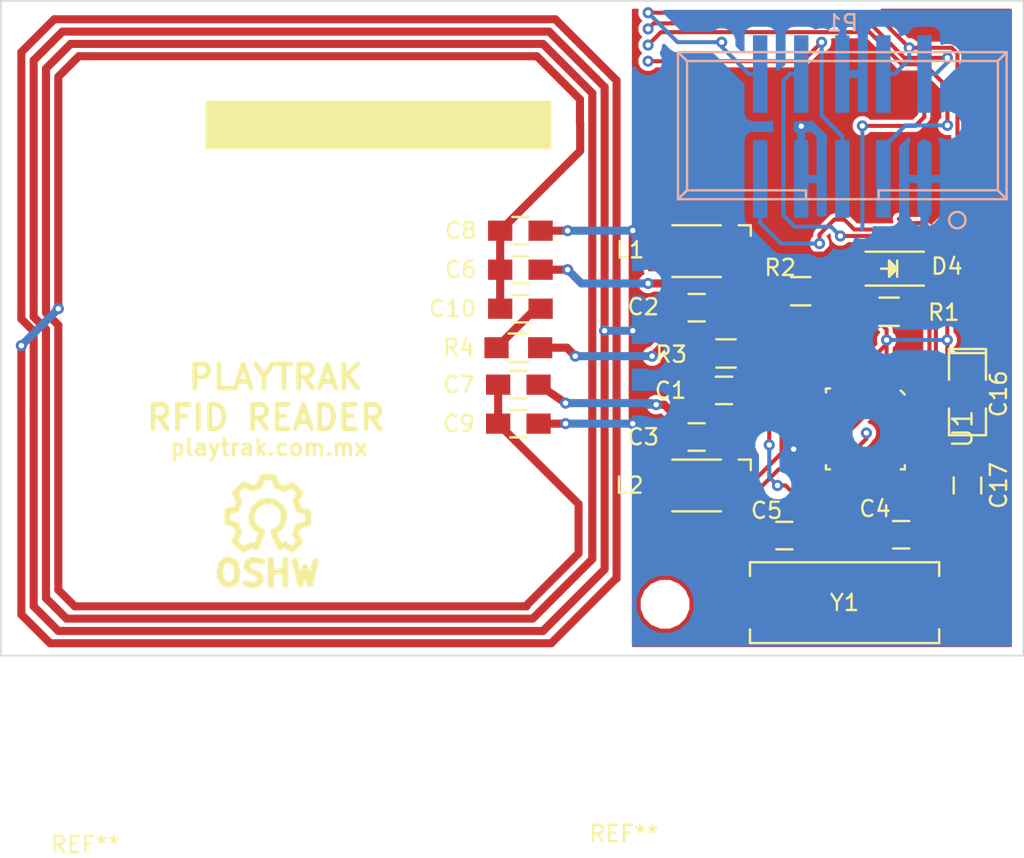
<source format=kicad_pcb>
(kicad_pcb (version 4) (host pcbnew 4.0.4+e1-6308~48~ubuntu16.04.1-stable)

  (general
    (links 210)
    (no_connects 11)
    (area 135.712999 75.641999 199.059001 116.255001)
    (thickness 1.6002)
    (drawings 7)
    (tracks 347)
    (zones 0)
    (modules 25)
    (nets 19)
  )

  (page A4)
  (layers
    (0 F.Cu signal)
    (31 B.Cu signal)
    (33 F.Adhes user)
    (34 B.Paste user)
    (35 F.Paste user)
    (36 B.SilkS user)
    (37 F.SilkS user)
    (38 B.Mask user)
    (39 F.Mask user)
    (40 Dwgs.User user)
    (41 Cmts.User user)
    (42 Eco1.User user)
    (43 Eco2.User user)
    (44 Edge.Cuts user)
    (45 Margin user)
    (47 F.CrtYd user)
    (49 F.Fab user hide)
  )

  (setup
    (last_trace_width 0.25)
    (trace_clearance 0.1524)
    (zone_clearance 0.254)
    (zone_45_only no)
    (trace_min 0.1524)
    (segment_width 0.2)
    (edge_width 0.1)
    (via_size 0.6858)
    (via_drill 0.3302)
    (via_min_size 0.6858)
    (via_min_drill 0.3302)
    (uvia_size 0.762)
    (uvia_drill 0.508)
    (uvias_allowed no)
    (uvia_min_size 0)
    (uvia_min_drill 0)
    (pcb_text_width 0.3)
    (pcb_text_size 1.5 1.5)
    (mod_edge_width 0.15)
    (mod_text_size 1 1)
    (mod_text_width 0.15)
    (pad_size 0.925 0.925)
    (pad_drill 0)
    (pad_to_mask_clearance 0)
    (aux_axis_origin 97.74 106.71)
    (grid_origin 97.79 106.68)
    (visible_elements FFFFFFFF)
    (pcbplotparams
      (layerselection 0x010f0_80000001)
      (usegerberextensions true)
      (gerberprecision 5)
      (excludeedgelayer true)
      (linewidth 0.100000)
      (plotframeref false)
      (viasonmask false)
      (mode 1)
      (useauxorigin false)
      (hpglpennumber 1)
      (hpglpenspeed 20)
      (hpglpendiameter 15)
      (hpglpenoverlay 2)
      (psnegative false)
      (psa4output false)
      (plotreference true)
      (plotvalue false)
      (plotinvisibletext false)
      (padsonsilk false)
      (subtractmaskfromsilk false)
      (outputformat 1)
      (mirror false)
      (drillshape 0)
      (scaleselection 1)
      (outputdirectory gerbers/rfid/))
  )

  (net 0 "")
  (net 1 /VMID)
  (net 2 GNDREF)
  (net 3 "Net-(C2-Pad1)")
  (net 4 "Net-(C3-Pad2)")
  (net 5 "Net-(C4-Pad2)")
  (net 6 "Net-(C5-Pad2)")
  (net 7 "Net-(C10-Pad2)")
  (net 8 +3V3)
  (net 9 "Net-(R2-Pad2)")
  (net 10 /TX1)
  (net 11 /TX2)
  (net 12 /RX)
  (net 13 "Net-(D4-Pad2)")
  (net 14 /UART_TX)
  (net 15 /UART_RX)
  (net 16 /SDB)
  (net 17 /SDA)
  (net 18 /SCL)

  (net_class Default "This is the default net class."
    (clearance 0.1524)
    (trace_width 0.25)
    (via_dia 0.6858)
    (via_drill 0.3302)
    (uvia_dia 0.762)
    (uvia_drill 0.508)
    (add_net +3V3)
    (add_net /RX)
    (add_net /SCL)
    (add_net /SDA)
    (add_net /SDB)
    (add_net /TX1)
    (add_net /TX2)
    (add_net /UART_RX)
    (add_net /UART_TX)
    (add_net /VMID)
    (add_net GNDREF)
    (add_net "Net-(C10-Pad2)")
    (add_net "Net-(C15-Pad2)")
    (add_net "Net-(C2-Pad1)")
    (add_net "Net-(C20-Pad2)")
    (add_net "Net-(C25-Pad2)")
    (add_net "Net-(C3-Pad2)")
    (add_net "Net-(C30-Pad2)")
    (add_net "Net-(C4-Pad2)")
    (add_net "Net-(C5-Pad2)")
    (add_net "Net-(D1-Pad1)")
    (add_net "Net-(D1-Pad3)")
    (add_net "Net-(D1-Pad4)")
    (add_net "Net-(D10-Pad1)")
    (add_net "Net-(D10-Pad3)")
    (add_net "Net-(D10-Pad4)")
    (add_net "Net-(D11-Pad1)")
    (add_net "Net-(D11-Pad3)")
    (add_net "Net-(D11-Pad4)")
    (add_net "Net-(D12-Pad1)")
    (add_net "Net-(D12-Pad3)")
    (add_net "Net-(D12-Pad4)")
    (add_net "Net-(D13-Pad1)")
    (add_net "Net-(D13-Pad3)")
    (add_net "Net-(D13-Pad4)")
    (add_net "Net-(D2-Pad1)")
    (add_net "Net-(D2-Pad3)")
    (add_net "Net-(D2-Pad4)")
    (add_net "Net-(D3-Pad3)")
    (add_net "Net-(D3-Pad4)")
    (add_net "Net-(D4-Pad2)")
    (add_net "Net-(D5-Pad1)")
    (add_net "Net-(D5-Pad3)")
    (add_net "Net-(D5-Pad4)")
    (add_net "Net-(D6-Pad1)")
    (add_net "Net-(D6-Pad3)")
    (add_net "Net-(D6-Pad4)")
    (add_net "Net-(D7-Pad1)")
    (add_net "Net-(D7-Pad3)")
    (add_net "Net-(D7-Pad4)")
    (add_net "Net-(D8-Pad1)")
    (add_net "Net-(D8-Pad3)")
    (add_net "Net-(D8-Pad4)")
    (add_net "Net-(D9-Pad1)")
    (add_net "Net-(D9-Pad3)")
    (add_net "Net-(D9-Pad4)")
    (add_net "Net-(R12-Pad1)")
    (add_net "Net-(R16-Pad1)")
    (add_net "Net-(R2-Pad2)")
    (add_net "Net-(R20-Pad1)")
    (add_net "Net-(R8-Pad1)")
  )

  (module rfid-reader-components:IDC_Header_SMD_10pins (layer B.Cu) (tedit 57A0F63C) (tstamp 57A8EDD6)
    (at 192.88 86.72 180)
    (descr "10 pins through hole IDC header")
    (tags "IDC header socket VASCH")
    (path /576F0F6E)
    (fp_text reference P1 (at 5.08 9.652 180) (layer B.SilkS)
      (effects (font (size 1 1) (thickness 0.15)) (justify mirror))
    )
    (fp_text value CONN_02X05 (at 5.08 -3.191 180) (layer B.Fab)
      (effects (font (size 1 1) (thickness 0.15)) (justify mirror))
    )
    (fp_circle (center -2.032 -2.54) (end -2.032 -3.048) (layer B.SilkS) (width 0.15))
    (fp_line (start -5.08 7.852) (end 15.24 7.852) (layer B.SilkS) (width 0.15))
    (fp_line (start -4.54 7.302) (end 14.68 7.302) (layer B.SilkS) (width 0.15))
    (fp_line (start -5.08 -1.248) (end 15.24 -1.248) (layer B.SilkS) (width 0.15))
    (fp_line (start -4.54 -0.698) (end 2.83 -0.698) (layer B.SilkS) (width 0.15))
    (fp_line (start 7.33 -0.698) (end 14.68 -0.698) (layer B.SilkS) (width 0.15))
    (fp_line (start 2.83 -0.698) (end 2.83 -1.248) (layer B.SilkS) (width 0.15))
    (fp_line (start 7.33 -0.698) (end 7.33 -1.248) (layer B.SilkS) (width 0.15))
    (fp_line (start -5.08 7.852) (end -5.08 -1.248) (layer B.SilkS) (width 0.15))
    (fp_line (start -4.54 7.302) (end -4.54 -0.698) (layer B.SilkS) (width 0.15))
    (fp_line (start 15.24 7.852) (end 15.24 -1.248) (layer B.SilkS) (width 0.15))
    (fp_line (start 14.68 7.302) (end 14.68 -0.698) (layer B.SilkS) (width 0.15))
    (fp_line (start -5.08 7.852) (end -4.54 7.302) (layer B.SilkS) (width 0.15))
    (fp_line (start 15.24 7.852) (end 14.68 7.302) (layer B.SilkS) (width 0.15))
    (fp_line (start -5.08 -1.248) (end -4.54 -0.698) (layer B.SilkS) (width 0.15))
    (fp_line (start 15.24 -1.248) (end 14.68 -0.698) (layer B.SilkS) (width 0.15))
    (fp_line (start -5.35 8.082) (end 15.5 8.082) (layer B.CrtYd) (width 0.05))
    (fp_line (start 15.5 8.082) (end 15.5 -1.518) (layer B.CrtYd) (width 0.05))
    (fp_line (start 15.5 -1.518) (end -5.35 -1.518) (layer B.CrtYd) (width 0.05))
    (fp_line (start -5.35 -1.518) (end -5.35 8.082) (layer B.CrtYd) (width 0.05))
    (pad 1 smd oval (at 0 0 180) (size 0.89 4.9) (layers B.Cu B.Paste B.Mask)
      (net 2 GNDREF))
    (pad 2 smd rect (at 0 6.5 180) (size 0.89 4.8) (layers B.Cu B.Paste B.Mask)
      (net 16 /SDB))
    (pad 3 smd rect (at 2.54 0 180) (size 0.89 4.8) (layers B.Cu B.Paste B.Mask)
      (net 18 /SCL))
    (pad 4 smd rect (at 2.54 6.5 180) (size 0.89 4.8) (layers B.Cu B.Paste B.Mask)
      (net 8 +3V3))
    (pad 5 smd rect (at 5.08 0 180) (size 0.89 4.8) (layers B.Cu B.Paste B.Mask)
      (net 17 /SDA))
    (pad 6 connect rect (at 5.08 6.5 180) (size 0.89 4.8) (layers B.Cu B.Mask)
      (net 2 GNDREF))
    (pad 7 smd rect (at 7.62 0 180) (size 0.89 4.8) (layers B.Cu B.Paste B.Mask)
      (net 2 GNDREF))
    (pad 8 smd rect (at 7.62 6.5 180) (size 0.89 4.8) (layers B.Cu B.Paste B.Mask)
      (net 14 /UART_TX))
    (pad 9 smd rect (at 10.16 0 180) (size 0.89 4.8) (layers B.Cu B.Paste B.Mask)
      (net 15 /UART_RX))
    (pad 10 smd rect (at 10.16 6.5 180) (size 0.89 4.8) (layers B.Cu B.Paste B.Mask)
      (net 8 +3V3))
  )

  (module Inductors:Inductor_1212 (layer F.Cu) (tedit 57A3A86A) (tstamp 57841D51)
    (at 178.79 91.18 180)
    (path /576F1043)
    (attr smd)
    (fp_text reference L1 (at 4.11 0.07 180) (layer F.SilkS)
      (effects (font (size 1 1) (thickness 0.15)))
    )
    (fp_text value 2.2u (at 0 -2.75 180) (layer F.Fab)
      (effects (font (size 1 1) (thickness 0.15)))
    )
    (fp_line (start -3.35 1.6) (end -3.35 0.95) (layer F.SilkS) (width 0.15))
    (fp_line (start -2.6 1.6) (end -3.35 1.6) (layer F.SilkS) (width 0.15))
    (fp_line (start -3.5 2) (end -3.5 -2) (layer F.CrtYd) (width 0.05))
    (fp_line (start 3.5 2) (end -3.5 2) (layer F.CrtYd) (width 0.05))
    (fp_line (start 3.5 -2) (end 3.5 2) (layer F.CrtYd) (width 0.05))
    (fp_line (start -3.5 -2) (end 3.5 -2) (layer F.CrtYd) (width 0.05))
    (fp_line (start 1.5 1.6) (end -1.5 1.6) (layer F.SilkS) (width 0.15))
    (fp_line (start -1.5 -1.6) (end 1.5 -1.6) (layer F.SilkS) (width 0.15))
    (pad 1 smd rect (at -1.75 0 180) (size 2.5 2.5) (layers F.Cu F.Paste F.Mask)
      (net 10 /TX1))
    (pad 2 smd rect (at 1.75 0 180) (size 2.5 2.5) (layers F.Cu F.Paste F.Mask)
      (net 3 "Net-(C2-Pad1)"))
    (model Resistors_SMD.3dshapes/R_1210.wrl
      (at (xyz 0 0 0))
      (scale (xyz 1 1 1))
      (rotate (xyz 0 0 0))
    )
  )

  (module Inductors:Inductor_1212 (layer F.Cu) (tedit 57A3AAEC) (tstamp 57841D57)
    (at 178.79 105.68 180)
    (path /576F10B0)
    (attr smd)
    (fp_text reference L2 (at 4.16 0.01 180) (layer F.SilkS)
      (effects (font (size 1 1) (thickness 0.15)))
    )
    (fp_text value 2.2u (at 0 -2.75 180) (layer F.Fab)
      (effects (font (size 1 1) (thickness 0.15)))
    )
    (fp_line (start -3.35 1.6) (end -3.35 0.95) (layer F.SilkS) (width 0.15))
    (fp_line (start -2.6 1.6) (end -3.35 1.6) (layer F.SilkS) (width 0.15))
    (fp_line (start -3.5 2) (end -3.5 -2) (layer F.CrtYd) (width 0.05))
    (fp_line (start 3.5 2) (end -3.5 2) (layer F.CrtYd) (width 0.05))
    (fp_line (start 3.5 -2) (end 3.5 2) (layer F.CrtYd) (width 0.05))
    (fp_line (start -3.5 -2) (end 3.5 -2) (layer F.CrtYd) (width 0.05))
    (fp_line (start 1.5 1.6) (end -1.5 1.6) (layer F.SilkS) (width 0.15))
    (fp_line (start -1.5 -1.6) (end 1.5 -1.6) (layer F.SilkS) (width 0.15))
    (pad 1 smd rect (at -1.75 0 180) (size 2.5 2.5) (layers F.Cu F.Paste F.Mask)
      (net 11 /TX2))
    (pad 2 smd rect (at 1.75 0 180) (size 2.5 2.5) (layers F.Cu F.Paste F.Mask)
      (net 4 "Net-(C3-Pad2)"))
    (model Resistors_SMD.3dshapes/R_1210.wrl
      (at (xyz 0 0 0))
      (scale (xyz 1 1 1))
      (rotate (xyz 0 0 0))
    )
  )

  (module Symbols:Symbol_OSHW-Logo_SilkScreen (layer F.Cu) (tedit 5428D7CB) (tstamp 5428D7CB)
    (at 152.265 107.63)
    (descr "Symbol, OSHW-Logo, Silk Screen,")
    (tags "Symbol, OSHW-Logo, Silk Screen,")
    (fp_text reference SYM (at 0.09906 -4.38912) (layer F.SilkS) hide
      (effects (font (thickness 0.3048)))
    )
    (fp_text value Symbol_OSHW-Logo_SilkScreen_07Jul2012 (at 0.30988 6.56082) (layer F.SilkS) hide
      (effects (font (thickness 0.3048)))
    )
    (fp_line (start 1.66878 2.68986) (end 2.02946 4.16052) (layer F.SilkS) (width 0.381))
    (fp_line (start 2.02946 4.16052) (end 2.30886 3.0988) (layer F.SilkS) (width 0.381))
    (fp_line (start 2.30886 3.0988) (end 2.61874 4.17068) (layer F.SilkS) (width 0.381))
    (fp_line (start 2.61874 4.17068) (end 2.9591 2.72034) (layer F.SilkS) (width 0.381))
    (fp_line (start 0.24892 3.38074) (end 1.03886 3.37058) (layer F.SilkS) (width 0.381))
    (fp_line (start 1.03886 3.37058) (end 1.04902 3.38074) (layer F.SilkS) (width 0.381))
    (fp_line (start 1.04902 3.38074) (end 1.04902 3.37058) (layer F.SilkS) (width 0.381))
    (fp_line (start 1.08966 2.65938) (end 1.08966 4.20116) (layer F.SilkS) (width 0.381))
    (fp_line (start 0.20066 2.64922) (end 0.20066 4.21894) (layer F.SilkS) (width 0.381))
    (fp_line (start 0.20066 4.21894) (end 0.21082 4.20878) (layer F.SilkS) (width 0.381))
    (fp_line (start -0.35052 2.75082) (end -0.70104 2.66954) (layer F.SilkS) (width 0.381))
    (fp_line (start -0.70104 2.66954) (end -1.02108 2.65938) (layer F.SilkS) (width 0.381))
    (fp_line (start -1.02108 2.65938) (end -1.25984 2.86004) (layer F.SilkS) (width 0.381))
    (fp_line (start -1.25984 2.86004) (end -1.29032 3.12928) (layer F.SilkS) (width 0.381))
    (fp_line (start -1.29032 3.12928) (end -1.04902 3.37058) (layer F.SilkS) (width 0.381))
    (fp_line (start -1.04902 3.37058) (end -0.6604 3.50012) (layer F.SilkS) (width 0.381))
    (fp_line (start -0.6604 3.50012) (end -0.48006 3.66014) (layer F.SilkS) (width 0.381))
    (fp_line (start -0.48006 3.66014) (end -0.43942 3.95986) (layer F.SilkS) (width 0.381))
    (fp_line (start -0.43942 3.95986) (end -0.67056 4.18084) (layer F.SilkS) (width 0.381))
    (fp_line (start -0.67056 4.18084) (end -0.9906 4.20878) (layer F.SilkS) (width 0.381))
    (fp_line (start -0.9906 4.20878) (end -1.34112 4.09956) (layer F.SilkS) (width 0.381))
    (fp_line (start -2.37998 2.64922) (end -2.6289 2.66954) (layer F.SilkS) (width 0.381))
    (fp_line (start -2.6289 2.66954) (end -2.8702 2.91084) (layer F.SilkS) (width 0.381))
    (fp_line (start -2.8702 2.91084) (end -2.9591 3.40106) (layer F.SilkS) (width 0.381))
    (fp_line (start -2.9591 3.40106) (end -2.93116 3.74904) (layer F.SilkS) (width 0.381))
    (fp_line (start -2.93116 3.74904) (end -2.7305 4.06908) (layer F.SilkS) (width 0.381))
    (fp_line (start -2.7305 4.06908) (end -2.47904 4.191) (layer F.SilkS) (width 0.381))
    (fp_line (start -2.47904 4.191) (end -2.16916 4.11988) (layer F.SilkS) (width 0.381))
    (fp_line (start -2.16916 4.11988) (end -1.95072 3.93954) (layer F.SilkS) (width 0.381))
    (fp_line (start -1.95072 3.93954) (end -1.8796 3.4798) (layer F.SilkS) (width 0.381))
    (fp_line (start -1.8796 3.4798) (end -1.9304 3.07086) (layer F.SilkS) (width 0.381))
    (fp_line (start -1.9304 3.07086) (end -2.03962 2.78892) (layer F.SilkS) (width 0.381))
    (fp_line (start -2.03962 2.78892) (end -2.4003 2.65938) (layer F.SilkS) (width 0.381))
    (fp_line (start -1.78054 0.92964) (end -2.03962 1.49098) (layer F.SilkS) (width 0.381))
    (fp_line (start -2.03962 1.49098) (end -1.50114 2.00914) (layer F.SilkS) (width 0.381))
    (fp_line (start -1.50114 2.00914) (end -0.98044 1.7399) (layer F.SilkS) (width 0.381))
    (fp_line (start -0.98044 1.7399) (end -0.70104 1.89992) (layer F.SilkS) (width 0.381))
    (fp_line (start 0.73914 1.8796) (end 1.06934 1.6891) (layer F.SilkS) (width 0.381))
    (fp_line (start 1.06934 1.6891) (end 1.50876 2.0193) (layer F.SilkS) (width 0.381))
    (fp_line (start 1.50876 2.0193) (end 1.9812 1.52908) (layer F.SilkS) (width 0.381))
    (fp_line (start 1.9812 1.52908) (end 1.69926 1.04902) (layer F.SilkS) (width 0.381))
    (fp_line (start 1.69926 1.04902) (end 1.88976 0.57912) (layer F.SilkS) (width 0.381))
    (fp_line (start 1.88976 0.57912) (end 2.49936 0.39116) (layer F.SilkS) (width 0.381))
    (fp_line (start 2.49936 0.39116) (end 2.49936 -0.28956) (layer F.SilkS) (width 0.381))
    (fp_line (start 2.49936 -0.28956) (end 1.94056 -0.42926) (layer F.SilkS) (width 0.381))
    (fp_line (start 1.94056 -0.42926) (end 1.7399 -1.00076) (layer F.SilkS) (width 0.381))
    (fp_line (start 1.7399 -1.00076) (end 2.00914 -1.47066) (layer F.SilkS) (width 0.381))
    (fp_line (start 2.00914 -1.47066) (end 1.53924 -1.9812) (layer F.SilkS) (width 0.381))
    (fp_line (start 1.53924 -1.9812) (end 1.02108 -1.71958) (layer F.SilkS) (width 0.381))
    (fp_line (start 1.02108 -1.71958) (end 0.55118 -1.92024) (layer F.SilkS) (width 0.381))
    (fp_line (start 0.55118 -1.92024) (end 0.381 -2.46126) (layer F.SilkS) (width 0.381))
    (fp_line (start 0.381 -2.46126) (end -0.30988 -2.47904) (layer F.SilkS) (width 0.381))
    (fp_line (start -0.30988 -2.47904) (end -0.5207 -1.9304) (layer F.SilkS) (width 0.381))
    (fp_line (start -0.5207 -1.9304) (end -0.9398 -1.76022) (layer F.SilkS) (width 0.381))
    (fp_line (start -0.9398 -1.76022) (end -1.49098 -2.02946) (layer F.SilkS) (width 0.381))
    (fp_line (start -1.49098 -2.02946) (end -2.00914 -1.50114) (layer F.SilkS) (width 0.381))
    (fp_line (start -2.00914 -1.50114) (end -1.76022 -0.96012) (layer F.SilkS) (width 0.381))
    (fp_line (start -1.76022 -0.96012) (end -1.9304 -0.48006) (layer F.SilkS) (width 0.381))
    (fp_line (start -1.9304 -0.48006) (end -2.47904 -0.381) (layer F.SilkS) (width 0.381))
    (fp_line (start -2.47904 -0.381) (end -2.4892 0.32004) (layer F.SilkS) (width 0.381))
    (fp_line (start -2.4892 0.32004) (end -1.9304 0.5207) (layer F.SilkS) (width 0.381))
    (fp_line (start -1.9304 0.5207) (end -1.7907 0.91948) (layer F.SilkS) (width 0.381))
    (fp_line (start 0.35052 0.89916) (end 0.65024 0.7493) (layer F.SilkS) (width 0.381))
    (fp_line (start 0.65024 0.7493) (end 0.8509 0.55118) (layer F.SilkS) (width 0.381))
    (fp_line (start 0.8509 0.55118) (end 1.00076 0.14986) (layer F.SilkS) (width 0.381))
    (fp_line (start 1.00076 0.14986) (end 1.00076 -0.24892) (layer F.SilkS) (width 0.381))
    (fp_line (start 1.00076 -0.24892) (end 0.8509 -0.59944) (layer F.SilkS) (width 0.381))
    (fp_line (start 0.8509 -0.59944) (end 0.39878 -0.94996) (layer F.SilkS) (width 0.381))
    (fp_line (start 0.39878 -0.94996) (end -0.0508 -1.00076) (layer F.SilkS) (width 0.381))
    (fp_line (start -0.0508 -1.00076) (end -0.44958 -0.89916) (layer F.SilkS) (width 0.381))
    (fp_line (start -0.44958 -0.89916) (end -0.8509 -0.55118) (layer F.SilkS) (width 0.381))
    (fp_line (start -0.8509 -0.55118) (end -1.00076 -0.09906) (layer F.SilkS) (width 0.381))
    (fp_line (start -1.00076 -0.09906) (end -0.94996 0.39878) (layer F.SilkS) (width 0.381))
    (fp_line (start -0.94996 0.39878) (end -0.70104 0.70104) (layer F.SilkS) (width 0.381))
    (fp_line (start -0.70104 0.70104) (end -0.35052 0.89916) (layer F.SilkS) (width 0.381))
    (fp_line (start -0.35052 0.89916) (end -0.70104 1.89992) (layer F.SilkS) (width 0.381))
    (fp_line (start 0.35052 0.89916) (end 0.7493 1.89992) (layer F.SilkS) (width 0.381))
  )

  (module Capacitors_SMD:C_0805_HandSoldering (layer F.Cu) (tedit 5789132E) (tstamp 5776A1B4)
    (at 180.483 99.798 180)
    (descr "Capacitor SMD 0805, hand soldering")
    (tags "capacitor 0805")
    (path /576F4B11)
    (attr smd)
    (fp_text reference C1 (at 3.302 0 180) (layer F.SilkS)
      (effects (font (size 1 1) (thickness 0.15)))
    )
    (fp_text value 68n (at 0 2.1 180) (layer F.Fab)
      (effects (font (size 1 1) (thickness 0.15)))
    )
    (fp_line (start -2.3 -1) (end 2.3 -1) (layer F.CrtYd) (width 0.05))
    (fp_line (start -2.3 1) (end 2.3 1) (layer F.CrtYd) (width 0.05))
    (fp_line (start -2.3 -1) (end -2.3 1) (layer F.CrtYd) (width 0.05))
    (fp_line (start 2.3 -1) (end 2.3 1) (layer F.CrtYd) (width 0.05))
    (fp_line (start 0.5 -0.85) (end -0.5 -0.85) (layer F.SilkS) (width 0.15))
    (fp_line (start -0.5 0.85) (end 0.5 0.85) (layer F.SilkS) (width 0.15))
    (pad 1 smd rect (at -1.25 0 180) (size 1.5 1.25) (layers F.Cu F.Paste F.Mask)
      (net 1 /VMID))
    (pad 2 smd rect (at 1.25 0 180) (size 1.5 1.25) (layers F.Cu F.Paste F.Mask)
      (net 2 GNDREF))
    (model Capacitors_SMD.3dshapes/C_0805_HandSoldering.wrl
      (at (xyz 0 0 0))
      (scale (xyz 1 1 1))
      (rotate (xyz 0 0 0))
    )
  )

  (module Capacitors_SMD:C_0805_HandSoldering (layer F.Cu) (tedit 57A3A868) (tstamp 5776A1BA)
    (at 178.79 94.68)
    (descr "Capacitor SMD 0805, hand soldering")
    (tags "capacitor 0805")
    (path /576F11F0)
    (attr smd)
    (fp_text reference C2 (at -3.3 -0.05) (layer F.SilkS)
      (effects (font (size 1 1) (thickness 0.15)))
    )
    (fp_text value 51p (at 3.175 2.54) (layer F.Fab)
      (effects (font (size 1 1) (thickness 0.15)))
    )
    (fp_line (start -2.3 -1) (end 2.3 -1) (layer F.CrtYd) (width 0.05))
    (fp_line (start -2.3 1) (end 2.3 1) (layer F.CrtYd) (width 0.05))
    (fp_line (start -2.3 -1) (end -2.3 1) (layer F.CrtYd) (width 0.05))
    (fp_line (start 2.3 -1) (end 2.3 1) (layer F.CrtYd) (width 0.05))
    (fp_line (start 0.5 -0.85) (end -0.5 -0.85) (layer F.SilkS) (width 0.15))
    (fp_line (start -0.5 0.85) (end 0.5 0.85) (layer F.SilkS) (width 0.15))
    (pad 1 smd rect (at -1.25 0) (size 1.5 1.25) (layers F.Cu F.Paste F.Mask)
      (net 3 "Net-(C2-Pad1)"))
    (pad 2 smd rect (at 1.25 0) (size 1.5 1.25) (layers F.Cu F.Paste F.Mask)
      (net 2 GNDREF))
    (model Capacitors_SMD.3dshapes/C_0805_HandSoldering.wrl
      (at (xyz 0 0 0))
      (scale (xyz 1 1 1))
      (rotate (xyz 0 0 0))
    )
  )

  (module Capacitors_SMD:C_0805_HandSoldering (layer F.Cu) (tedit 57A3A872) (tstamp 5776A1C0)
    (at 178.79 102.68 180)
    (descr "Capacitor SMD 0805, hand soldering")
    (tags "capacitor 0805")
    (path /576F125D)
    (attr smd)
    (fp_text reference C3 (at 3.3 0 180) (layer F.SilkS)
      (effects (font (size 1 1) (thickness 0.15)))
    )
    (fp_text value 51p (at -3.175 2.54 180) (layer F.Fab)
      (effects (font (size 1 1) (thickness 0.15)))
    )
    (fp_line (start -2.3 -1) (end 2.3 -1) (layer F.CrtYd) (width 0.05))
    (fp_line (start -2.3 1) (end 2.3 1) (layer F.CrtYd) (width 0.05))
    (fp_line (start -2.3 -1) (end -2.3 1) (layer F.CrtYd) (width 0.05))
    (fp_line (start 2.3 -1) (end 2.3 1) (layer F.CrtYd) (width 0.05))
    (fp_line (start 0.5 -0.85) (end -0.5 -0.85) (layer F.SilkS) (width 0.15))
    (fp_line (start -0.5 0.85) (end 0.5 0.85) (layer F.SilkS) (width 0.15))
    (pad 1 smd rect (at -1.25 0 180) (size 1.5 1.25) (layers F.Cu F.Paste F.Mask)
      (net 2 GNDREF))
    (pad 2 smd rect (at 1.25 0 180) (size 1.5 1.25) (layers F.Cu F.Paste F.Mask)
      (net 4 "Net-(C3-Pad2)"))
    (model Capacitors_SMD.3dshapes/C_0805_HandSoldering.wrl
      (at (xyz 0 0 0))
      (scale (xyz 1 1 1))
      (rotate (xyz 0 0 0))
    )
  )

  (module Capacitors_SMD:C_0805_HandSoldering (layer F.Cu) (tedit 57A3AAF2) (tstamp 5776A1C6)
    (at 191.44 108.73)
    (descr "Capacitor SMD 0805, hand soldering")
    (tags "capacitor 0805")
    (path /576F3DC5)
    (attr smd)
    (fp_text reference C4 (at -1.62 -1.61) (layer F.SilkS)
      (effects (font (size 1 1) (thickness 0.15)))
    )
    (fp_text value 27p (at 1.905 1.905) (layer F.Fab)
      (effects (font (size 1 1) (thickness 0.15)))
    )
    (fp_line (start -2.3 -1) (end 2.3 -1) (layer F.CrtYd) (width 0.05))
    (fp_line (start -2.3 1) (end 2.3 1) (layer F.CrtYd) (width 0.05))
    (fp_line (start -2.3 -1) (end -2.3 1) (layer F.CrtYd) (width 0.05))
    (fp_line (start 2.3 -1) (end 2.3 1) (layer F.CrtYd) (width 0.05))
    (fp_line (start 0.5 -0.85) (end -0.5 -0.85) (layer F.SilkS) (width 0.15))
    (fp_line (start -0.5 0.85) (end 0.5 0.85) (layer F.SilkS) (width 0.15))
    (pad 1 smd rect (at -1.25 0) (size 1.5 1.25) (layers F.Cu F.Paste F.Mask)
      (net 2 GNDREF))
    (pad 2 smd rect (at 1.25 0) (size 1.5 1.25) (layers F.Cu F.Paste F.Mask)
      (net 5 "Net-(C4-Pad2)"))
    (model Capacitors_SMD.3dshapes/C_0805_HandSoldering.wrl
      (at (xyz 0 0 0))
      (scale (xyz 1 1 1))
      (rotate (xyz 0 0 0))
    )
  )

  (module Capacitors_SMD:C_0805_HandSoldering (layer F.Cu) (tedit 57A3AAE8) (tstamp 5776A1CC)
    (at 184.215 108.78 180)
    (descr "Capacitor SMD 0805, hand soldering")
    (tags "capacitor 0805")
    (path /576F3E6E)
    (attr smd)
    (fp_text reference C5 (at 1.095 1.55 180) (layer F.SilkS)
      (effects (font (size 1 1) (thickness 0.15)))
    )
    (fp_text value 27p (at -1.905 -1.905 180) (layer F.Fab)
      (effects (font (size 1 1) (thickness 0.15)))
    )
    (fp_line (start -2.3 -1) (end 2.3 -1) (layer F.CrtYd) (width 0.05))
    (fp_line (start -2.3 1) (end 2.3 1) (layer F.CrtYd) (width 0.05))
    (fp_line (start -2.3 -1) (end -2.3 1) (layer F.CrtYd) (width 0.05))
    (fp_line (start 2.3 -1) (end 2.3 1) (layer F.CrtYd) (width 0.05))
    (fp_line (start 0.5 -0.85) (end -0.5 -0.85) (layer F.SilkS) (width 0.15))
    (fp_line (start -0.5 0.85) (end 0.5 0.85) (layer F.SilkS) (width 0.15))
    (pad 1 smd rect (at -1.25 0 180) (size 1.5 1.25) (layers F.Cu F.Paste F.Mask)
      (net 2 GNDREF))
    (pad 2 smd rect (at 1.25 0 180) (size 1.5 1.25) (layers F.Cu F.Paste F.Mask)
      (net 6 "Net-(C5-Pad2)"))
    (model Capacitors_SMD.3dshapes/C_0805_HandSoldering.wrl
      (at (xyz 0 0 0))
      (scale (xyz 1 1 1))
      (rotate (xyz 0 0 0))
    )
  )

  (module Capacitors_SMD:C_0805_HandSoldering (layer F.Cu) (tedit 578912A7) (tstamp 5776A1D2)
    (at 167.894 92.329)
    (descr "Capacitor SMD 0805, hand soldering")
    (tags "capacitor 0805")
    (path /576F16DE)
    (attr smd)
    (fp_text reference C6 (at -3.683 0) (layer F.SilkS)
      (effects (font (size 1 1) (thickness 0.15)))
    )
    (fp_text value 51p (at -3.175 2.54) (layer F.Fab)
      (effects (font (size 1 1) (thickness 0.15)))
    )
    (fp_line (start -2.3 -1) (end 2.3 -1) (layer F.CrtYd) (width 0.05))
    (fp_line (start -2.3 1) (end 2.3 1) (layer F.CrtYd) (width 0.05))
    (fp_line (start -2.3 -1) (end -2.3 1) (layer F.CrtYd) (width 0.05))
    (fp_line (start 2.3 -1) (end 2.3 1) (layer F.CrtYd) (width 0.05))
    (fp_line (start 0.5 -0.85) (end -0.5 -0.85) (layer F.SilkS) (width 0.15))
    (fp_line (start -0.5 0.85) (end 0.5 0.85) (layer F.SilkS) (width 0.15))
    (pad 1 smd rect (at -1.25 0) (size 1.5 1.25) (layers F.Cu F.Paste F.Mask)
      (net 2 GNDREF))
    (pad 2 smd rect (at 1.25 0) (size 1.5 1.25) (layers F.Cu F.Paste F.Mask)
      (net 3 "Net-(C2-Pad1)"))
    (model Capacitors_SMD.3dshapes/C_0805_HandSoldering.wrl
      (at (xyz 0 0 0))
      (scale (xyz 1 1 1))
      (rotate (xyz 0 0 0))
    )
  )

  (module Capacitors_SMD:C_0805_HandSoldering (layer F.Cu) (tedit 578912B6) (tstamp 5776A1D8)
    (at 167.767 99.441)
    (descr "Capacitor SMD 0805, hand soldering")
    (tags "capacitor 0805")
    (path /576F1753)
    (attr smd)
    (fp_text reference C7 (at -3.683 0) (layer F.SilkS)
      (effects (font (size 1 1) (thickness 0.15)))
    )
    (fp_text value 51p (at -3.175 0) (layer F.Fab)
      (effects (font (size 1 1) (thickness 0.15)))
    )
    (fp_line (start -2.3 -1) (end 2.3 -1) (layer F.CrtYd) (width 0.05))
    (fp_line (start -2.3 1) (end 2.3 1) (layer F.CrtYd) (width 0.05))
    (fp_line (start -2.3 -1) (end -2.3 1) (layer F.CrtYd) (width 0.05))
    (fp_line (start 2.3 -1) (end 2.3 1) (layer F.CrtYd) (width 0.05))
    (fp_line (start 0.5 -0.85) (end -0.5 -0.85) (layer F.SilkS) (width 0.15))
    (fp_line (start -0.5 0.85) (end 0.5 0.85) (layer F.SilkS) (width 0.15))
    (pad 1 smd rect (at -1.25 0) (size 1.5 1.25) (layers F.Cu F.Paste F.Mask)
      (net 2 GNDREF))
    (pad 2 smd rect (at 1.25 0) (size 1.5 1.25) (layers F.Cu F.Paste F.Mask)
      (net 4 "Net-(C3-Pad2)"))
    (model Capacitors_SMD.3dshapes/C_0805_HandSoldering.wrl
      (at (xyz 0 0 0))
      (scale (xyz 1 1 1))
      (rotate (xyz 0 0 0))
    )
  )

  (module Capacitors_SMD:C_0805_HandSoldering (layer F.Cu) (tedit 578912A9) (tstamp 5776A1DE)
    (at 167.894 89.916)
    (descr "Capacitor SMD 0805, hand soldering")
    (tags "capacitor 0805")
    (path /576F143E)
    (attr smd)
    (fp_text reference C8 (at -3.683 0) (layer F.SilkS)
      (effects (font (size 1 1) (thickness 0.15)))
    )
    (fp_text value 150p (at -3.175 0) (layer F.Fab)
      (effects (font (size 1 1) (thickness 0.15)))
    )
    (fp_line (start -2.3 -1) (end 2.3 -1) (layer F.CrtYd) (width 0.05))
    (fp_line (start -2.3 1) (end 2.3 1) (layer F.CrtYd) (width 0.05))
    (fp_line (start -2.3 -1) (end -2.3 1) (layer F.CrtYd) (width 0.05))
    (fp_line (start 2.3 -1) (end 2.3 1) (layer F.CrtYd) (width 0.05))
    (fp_line (start 0.5 -0.85) (end -0.5 -0.85) (layer F.SilkS) (width 0.15))
    (fp_line (start -0.5 0.85) (end 0.5 0.85) (layer F.SilkS) (width 0.15))
    (pad 1 smd rect (at -1.25 0) (size 1.5 1.25) (layers F.Cu F.Paste F.Mask)
      (net 2 GNDREF))
    (pad 2 smd rect (at 1.25 0) (size 1.5 1.25) (layers F.Cu F.Paste F.Mask)
      (net 2 GNDREF))
    (model Capacitors_SMD.3dshapes/C_0805_HandSoldering.wrl
      (at (xyz 0 0 0))
      (scale (xyz 1 1 1))
      (rotate (xyz 0 0 0))
    )
  )

  (module Capacitors_SMD:C_0805_HandSoldering (layer F.Cu) (tedit 578912BE) (tstamp 5776A1E4)
    (at 167.767 101.854 180)
    (descr "Capacitor SMD 0805, hand soldering")
    (tags "capacitor 0805")
    (path /576F1444)
    (attr smd)
    (fp_text reference C9 (at 3.683 0 180) (layer F.SilkS)
      (effects (font (size 1 1) (thickness 0.15)))
    )
    (fp_text value 150p (at 3.175 2.54 180) (layer F.Fab)
      (effects (font (size 1 1) (thickness 0.15)))
    )
    (fp_line (start -2.3 -1) (end 2.3 -1) (layer F.CrtYd) (width 0.05))
    (fp_line (start -2.3 1) (end 2.3 1) (layer F.CrtYd) (width 0.05))
    (fp_line (start -2.3 -1) (end -2.3 1) (layer F.CrtYd) (width 0.05))
    (fp_line (start 2.3 -1) (end 2.3 1) (layer F.CrtYd) (width 0.05))
    (fp_line (start 0.5 -0.85) (end -0.5 -0.85) (layer F.SilkS) (width 0.15))
    (fp_line (start -0.5 0.85) (end 0.5 0.85) (layer F.SilkS) (width 0.15))
    (pad 1 smd rect (at -1.25 0 180) (size 1.5 1.25) (layers F.Cu F.Paste F.Mask)
      (net 2 GNDREF))
    (pad 2 smd rect (at 1.25 0 180) (size 1.5 1.25) (layers F.Cu F.Paste F.Mask)
      (net 2 GNDREF))
    (model Capacitors_SMD.3dshapes/C_0805_HandSoldering.wrl
      (at (xyz 0 0 0))
      (scale (xyz 1 1 1))
      (rotate (xyz 0 0 0))
    )
  )

  (module Capacitors_SMD:C_0805_HandSoldering (layer F.Cu) (tedit 578912A3) (tstamp 5776A1EA)
    (at 167.894 94.742)
    (descr "Capacitor SMD 0805, hand soldering")
    (tags "capacitor 0805")
    (path /576F4DDE)
    (attr smd)
    (fp_text reference C10 (at -4.191 0) (layer F.SilkS)
      (effects (font (size 1 1) (thickness 0.15)))
    )
    (fp_text value 68n (at 3.175 0) (layer F.Fab)
      (effects (font (size 1 1) (thickness 0.15)))
    )
    (fp_line (start -2.3 -1) (end 2.3 -1) (layer F.CrtYd) (width 0.05))
    (fp_line (start -2.3 1) (end 2.3 1) (layer F.CrtYd) (width 0.05))
    (fp_line (start -2.3 -1) (end -2.3 1) (layer F.CrtYd) (width 0.05))
    (fp_line (start 2.3 -1) (end 2.3 1) (layer F.CrtYd) (width 0.05))
    (fp_line (start 0.5 -0.85) (end -0.5 -0.85) (layer F.SilkS) (width 0.15))
    (fp_line (start -0.5 0.85) (end 0.5 0.85) (layer F.SilkS) (width 0.15))
    (pad 1 smd rect (at -1.25 0) (size 1.5 1.25) (layers F.Cu F.Paste F.Mask)
      (net 2 GNDREF))
    (pad 2 smd rect (at 1.25 0) (size 1.5 1.25) (layers F.Cu F.Paste F.Mask)
      (net 7 "Net-(C10-Pad2)"))
    (model Capacitors_SMD.3dshapes/C_0805_HandSoldering.wrl
      (at (xyz 0 0 0))
      (scale (xyz 1 1 1))
      (rotate (xyz 0 0 0))
    )
  )

  (module LEDs:LED_1206 (layer F.Cu) (tedit 57A3A85B) (tstamp 57841D4B)
    (at 190.691 92.265 180)
    (descr "LED 1206 smd package")
    (tags "LED1206 SMD")
    (path /576F7611)
    (attr smd)
    (fp_text reference D4 (at -3.579 0.145 180) (layer F.SilkS)
      (effects (font (size 1 1) (thickness 0.15)))
    )
    (fp_text value LED (at 0 2 180) (layer F.Fab)
      (effects (font (size 1 1) (thickness 0.15)))
    )
    (fp_line (start -2.15 1.05) (end 1.45 1.05) (layer F.SilkS) (width 0.15))
    (fp_line (start -2.15 -1.05) (end 1.45 -1.05) (layer F.SilkS) (width 0.15))
    (fp_line (start -0.1 -0.3) (end -0.1 0.3) (layer F.SilkS) (width 0.15))
    (fp_line (start -0.1 0.3) (end -0.4 0) (layer F.SilkS) (width 0.15))
    (fp_line (start -0.4 0) (end -0.2 -0.2) (layer F.SilkS) (width 0.15))
    (fp_line (start -0.2 -0.2) (end -0.2 0.05) (layer F.SilkS) (width 0.15))
    (fp_line (start -0.2 0.05) (end -0.25 0) (layer F.SilkS) (width 0.15))
    (fp_line (start -0.5 -0.5) (end -0.5 0.5) (layer F.SilkS) (width 0.15))
    (fp_line (start 0 0) (end 0.5 0) (layer F.SilkS) (width 0.15))
    (fp_line (start -0.5 0) (end 0 -0.5) (layer F.SilkS) (width 0.15))
    (fp_line (start 0 -0.5) (end 0 0.5) (layer F.SilkS) (width 0.15))
    (fp_line (start 0 0.5) (end -0.5 0) (layer F.SilkS) (width 0.15))
    (fp_line (start 2.5 -1.25) (end -2.5 -1.25) (layer F.CrtYd) (width 0.05))
    (fp_line (start -2.5 -1.25) (end -2.5 1.25) (layer F.CrtYd) (width 0.05))
    (fp_line (start -2.5 1.25) (end 2.5 1.25) (layer F.CrtYd) (width 0.05))
    (fp_line (start 2.5 1.25) (end 2.5 -1.25) (layer F.CrtYd) (width 0.05))
    (pad 2 smd rect (at 1.41986 0) (size 1.59766 1.80086) (layers F.Cu F.Paste F.Mask)
      (net 13 "Net-(D4-Pad2)"))
    (pad 1 smd rect (at -1.41986 0) (size 1.59766 1.80086) (layers F.Cu F.Paste F.Mask)
      (net 2 GNDREF))
    (model LEDs.3dshapes/LED_1206.wrl
      (at (xyz 0 0 0))
      (scale (xyz 1 1 1))
      (rotate (xyz 0 0 180))
    )
  )

  (module Resistors_SMD:R_0805_HandSoldering (layer F.Cu) (tedit 57A3A858) (tstamp 57841D6B)
    (at 190.691 94.932)
    (descr "Resistor SMD 0805, hand soldering")
    (tags "resistor 0805")
    (path /576F74FB)
    (attr smd)
    (fp_text reference R1 (at 3.379 0.038) (layer F.SilkS)
      (effects (font (size 1 1) (thickness 0.15)))
    )
    (fp_text value 1k (at 0 2.1) (layer F.Fab)
      (effects (font (size 1 1) (thickness 0.15)))
    )
    (fp_line (start -2.4 -1) (end 2.4 -1) (layer F.CrtYd) (width 0.05))
    (fp_line (start -2.4 1) (end 2.4 1) (layer F.CrtYd) (width 0.05))
    (fp_line (start -2.4 -1) (end -2.4 1) (layer F.CrtYd) (width 0.05))
    (fp_line (start 2.4 -1) (end 2.4 1) (layer F.CrtYd) (width 0.05))
    (fp_line (start 0.6 0.875) (end -0.6 0.875) (layer F.SilkS) (width 0.15))
    (fp_line (start -0.6 -0.875) (end 0.6 -0.875) (layer F.SilkS) (width 0.15))
    (pad 1 smd rect (at -1.35 0) (size 1.5 1.3) (layers F.Cu F.Paste F.Mask)
      (net 8 +3V3))
    (pad 2 smd rect (at 1.35 0) (size 1.5 1.3) (layers F.Cu F.Paste F.Mask)
      (net 13 "Net-(D4-Pad2)"))
    (model Resistors_SMD.3dshapes/R_0805_HandSoldering.wrl
      (at (xyz 0 0 0))
      (scale (xyz 1 1 1))
      (rotate (xyz 0 0 0))
    )
  )

  (module Resistors_SMD:R_0805_HandSoldering (layer F.Cu) (tedit 57A3A865) (tstamp 57841D71)
    (at 185.23 93.662 180)
    (descr "Resistor SMD 0805, hand soldering")
    (tags "resistor 0805")
    (path /576F640D)
    (attr smd)
    (fp_text reference R2 (at 1.27 1.462 180) (layer F.SilkS)
      (effects (font (size 1 1) (thickness 0.15)))
    )
    (fp_text value R (at 0 2.1 180) (layer F.Fab)
      (effects (font (size 1 1) (thickness 0.15)))
    )
    (fp_line (start -2.4 -1) (end 2.4 -1) (layer F.CrtYd) (width 0.05))
    (fp_line (start -2.4 1) (end 2.4 1) (layer F.CrtYd) (width 0.05))
    (fp_line (start -2.4 -1) (end -2.4 1) (layer F.CrtYd) (width 0.05))
    (fp_line (start 2.4 -1) (end 2.4 1) (layer F.CrtYd) (width 0.05))
    (fp_line (start 0.6 0.875) (end -0.6 0.875) (layer F.SilkS) (width 0.15))
    (fp_line (start -0.6 -0.875) (end 0.6 -0.875) (layer F.SilkS) (width 0.15))
    (pad 1 smd rect (at -1.35 0 180) (size 1.5 1.3) (layers F.Cu F.Paste F.Mask)
      (net 8 +3V3))
    (pad 2 smd rect (at 1.35 0 180) (size 1.5 1.3) (layers F.Cu F.Paste F.Mask)
      (net 9 "Net-(R2-Pad2)"))
    (model Resistors_SMD.3dshapes/R_0805_HandSoldering.wrl
      (at (xyz 0 0 0))
      (scale (xyz 1 1 1))
      (rotate (xyz 0 0 0))
    )
  )

  (module Resistors_SMD:R_0805_HandSoldering (layer F.Cu) (tedit 57A3A870) (tstamp 57841D77)
    (at 180.61 97.512 180)
    (descr "Resistor SMD 0805, hand soldering")
    (tags "resistor 0805")
    (path /576F4B7E)
    (attr smd)
    (fp_text reference R3 (at 3.39 -0.058 180) (layer F.SilkS)
      (effects (font (size 1 1) (thickness 0.15)))
    )
    (fp_text value 820 (at 0 2.1 180) (layer F.Fab)
      (effects (font (size 1 1) (thickness 0.15)))
    )
    (fp_line (start -2.4 -1) (end 2.4 -1) (layer F.CrtYd) (width 0.05))
    (fp_line (start -2.4 1) (end 2.4 1) (layer F.CrtYd) (width 0.05))
    (fp_line (start -2.4 -1) (end -2.4 1) (layer F.CrtYd) (width 0.05))
    (fp_line (start 2.4 -1) (end 2.4 1) (layer F.CrtYd) (width 0.05))
    (fp_line (start 0.6 0.875) (end -0.6 0.875) (layer F.SilkS) (width 0.15))
    (fp_line (start -0.6 -0.875) (end 0.6 -0.875) (layer F.SilkS) (width 0.15))
    (pad 1 smd rect (at -1.35 0 180) (size 1.5 1.3) (layers F.Cu F.Paste F.Mask)
      (net 12 /RX))
    (pad 2 smd rect (at 1.35 0 180) (size 1.5 1.3) (layers F.Cu F.Paste F.Mask)
      (net 1 /VMID))
    (model Resistors_SMD.3dshapes/R_0805_HandSoldering.wrl
      (at (xyz 0 0 0))
      (scale (xyz 1 1 1))
      (rotate (xyz 0 0 0))
    )
  )

  (module Resistors_SMD:R_0805_HandSoldering (layer F.Cu) (tedit 578912A0) (tstamp 57841D7D)
    (at 167.767 97.155)
    (descr "Resistor SMD 0805, hand soldering")
    (tags "resistor 0805")
    (path /576F4D54)
    (attr smd)
    (fp_text reference R4 (at -3.683 0) (layer F.SilkS)
      (effects (font (size 1 1) (thickness 0.15)))
    )
    (fp_text value 560 (at -3.175 0) (layer F.Fab)
      (effects (font (size 1 1) (thickness 0.15)))
    )
    (fp_line (start -2.4 -1) (end 2.4 -1) (layer F.CrtYd) (width 0.05))
    (fp_line (start -2.4 1) (end 2.4 1) (layer F.CrtYd) (width 0.05))
    (fp_line (start -2.4 -1) (end -2.4 1) (layer F.CrtYd) (width 0.05))
    (fp_line (start 2.4 -1) (end 2.4 1) (layer F.CrtYd) (width 0.05))
    (fp_line (start 0.6 0.875) (end -0.6 0.875) (layer F.SilkS) (width 0.15))
    (fp_line (start -0.6 -0.875) (end 0.6 -0.875) (layer F.SilkS) (width 0.15))
    (pad 1 smd rect (at -1.35 0) (size 1.5 1.3) (layers F.Cu F.Paste F.Mask)
      (net 7 "Net-(C10-Pad2)"))
    (pad 2 smd rect (at 1.35 0) (size 1.5 1.3) (layers F.Cu F.Paste F.Mask)
      (net 12 /RX))
    (model Resistors_SMD.3dshapes/R_0805_HandSoldering.wrl
      (at (xyz 0 0 0))
      (scale (xyz 1 1 1))
      (rotate (xyz 0 0 0))
    )
  )

  (module Crystals:Crystal_HC49-SD_SMD (layer F.Cu) (tedit 5789133D) (tstamp 57841D83)
    (at 187.94114 112.93 180)
    (descr "Crystal Quarz HC49-SD SMD")
    (tags "Crystal Quarz HC49-SD SMD")
    (path /576F3C9D)
    (attr smd)
    (fp_text reference Y1 (at 0 0 180) (layer F.SilkS)
      (effects (font (size 1 1) (thickness 0.15)))
    )
    (fp_text value 27.120MHz (at -7.62 3.81 180) (layer F.Fab)
      (effects (font (size 1 1) (thickness 0.15)))
    )
    (fp_circle (center 0 0) (end 0.8509 0) (layer F.Adhes) (width 0.381))
    (fp_circle (center 0 0) (end 0.50038 0) (layer F.Adhes) (width 0.381))
    (fp_circle (center 0 0) (end 0.14986 0.0508) (layer F.Adhes) (width 0.381))
    (fp_line (start -5.84962 2.49936) (end 5.84962 2.49936) (layer F.SilkS) (width 0.15))
    (fp_line (start 5.84962 -2.49936) (end -5.84962 -2.49936) (layer F.SilkS) (width 0.15))
    (fp_line (start 5.84962 2.49936) (end 5.84962 1.651) (layer F.SilkS) (width 0.15))
    (fp_line (start 5.84962 -2.49936) (end 5.84962 -1.651) (layer F.SilkS) (width 0.15))
    (fp_line (start -5.84962 2.49936) (end -5.84962 1.651) (layer F.SilkS) (width 0.15))
    (fp_line (start -5.84962 -2.49936) (end -5.84962 -1.651) (layer F.SilkS) (width 0.15))
    (pad 1 smd rect (at -4.84886 0 180) (size 5.6007 2.10058) (layers F.Cu F.Paste F.Mask)
      (net 5 "Net-(C4-Pad2)"))
    (pad 2 smd rect (at 4.84886 0 180) (size 5.6007 2.10058) (layers F.Cu F.Paste F.Mask)
      (net 6 "Net-(C5-Pad2)"))
    (model Crystals.3dshapes/Q_49U3HMS.wrl
      (at (xyz 0 0 0))
      (scale (xyz 1 1 1))
      (rotate (xyz 0 0 0))
    )
  )

  (module Mounting_Holes:MountingHole_2.5mm (layer F.Cu) (tedit 57A3AACA) (tstamp 578E4D68)
    (at 176.84 113.03)
    (descr "Mounting Hole 2.5mm, no annular")
    (tags "mounting hole 2.5mm no annular")
    (fp_text reference REF** (at -2.54 14.2) (layer F.SilkS)
      (effects (font (size 1 1) (thickness 0.15)))
    )
    (fp_text value MountingHole_2.5mm (at 0 3.5) (layer F.Fab)
      (effects (font (size 1 1) (thickness 0.15)))
    )
    (fp_circle (center 0 0) (end 2.5 0) (layer Cmts.User) (width 0.15))
    (fp_circle (center 0 0) (end 2.75 0) (layer F.CrtYd) (width 0.05))
    (pad 1 np_thru_hole circle (at 0 0) (size 2.5 2.5) (drill 2.5) (layers *.Cu *.Mask F.SilkS))
  )

  (module Mounting_Holes:MountingHole_2.5mm (layer F.Cu) (tedit 57A3AB2C) (tstamp 578E4D6F)
    (at 142.865 84.08)
    (descr "Mounting Hole 2.5mm, no annular")
    (tags "mounting hole 2.5mm no annular")
    (fp_text reference REF** (at -1.875 43.82) (layer F.SilkS)
      (effects (font (size 1 1) (thickness 0.15)))
    )
    (fp_text value MountingHole_2.5mm (at 0 3.5) (layer F.Fab)
      (effects (font (size 1 1) (thickness 0.15)))
    )
    (fp_circle (center 0 0) (end 2.5 0) (layer Cmts.User) (width 0.15))
    (fp_circle (center 0 0) (end 2.75 0) (layer F.CrtYd) (width 0.05))
    (pad 1 np_thru_hole circle (at 0 0) (size 2.5 2.5) (drill 2.5) (layers *.Cu *.Mask F.SilkS))
  )

  (module Capacitors_SMD:C_0805_HandSoldering (layer F.Cu) (tedit 57A3A84D) (tstamp 579FBDD4)
    (at 195.54 105.68 90)
    (descr "Capacitor SMD 0805, hand soldering")
    (tags "capacitor 0805")
    (path /57A0303F)
    (attr smd)
    (fp_text reference C17 (at 0 1.93 90) (layer F.SilkS)
      (effects (font (size 1 1) (thickness 0.15)))
    )
    (fp_text value .1u (at 0 2.1 90) (layer F.Fab)
      (effects (font (size 1 1) (thickness 0.15)))
    )
    (fp_line (start -2.3 -1) (end 2.3 -1) (layer F.CrtYd) (width 0.05))
    (fp_line (start -2.3 1) (end 2.3 1) (layer F.CrtYd) (width 0.05))
    (fp_line (start -2.3 -1) (end -2.3 1) (layer F.CrtYd) (width 0.05))
    (fp_line (start 2.3 -1) (end 2.3 1) (layer F.CrtYd) (width 0.05))
    (fp_line (start 0.5 -0.85) (end -0.5 -0.85) (layer F.SilkS) (width 0.15))
    (fp_line (start -0.5 0.85) (end 0.5 0.85) (layer F.SilkS) (width 0.15))
    (pad 1 smd rect (at -1.25 0 90) (size 1.5 1.25) (layers F.Cu F.Paste F.Mask)
      (net 2 GNDREF))
    (pad 2 smd rect (at 1.25 0 90) (size 1.5 1.25) (layers F.Cu F.Paste F.Mask)
      (net 8 +3V3))
    (model Capacitors_SMD.3dshapes/C_0805_HandSoldering.wrl
      (at (xyz 0 0 0))
      (scale (xyz 1 1 1))
      (rotate (xyz 0 0 0))
    )
  )

  (module SMD_Packages:SMD-1206_Pol (layer F.Cu) (tedit 57A3A841) (tstamp 579FBE88)
    (at 195.54 100.029 270)
    (path /57A03039)
    (attr smd)
    (fp_text reference C16 (at -0.019 -1.92 270) (layer F.SilkS)
      (effects (font (size 1 1) (thickness 0.15)))
    )
    (fp_text value 1u (at 0 0 270) (layer F.Fab)
      (effects (font (size 1 1) (thickness 0.15)))
    )
    (fp_line (start -2.54 -1.143) (end -2.794 -1.143) (layer F.SilkS) (width 0.15))
    (fp_line (start -2.794 -1.143) (end -2.794 1.143) (layer F.SilkS) (width 0.15))
    (fp_line (start -2.794 1.143) (end -2.54 1.143) (layer F.SilkS) (width 0.15))
    (fp_line (start -2.54 -1.143) (end -2.54 1.143) (layer F.SilkS) (width 0.15))
    (fp_line (start -2.54 1.143) (end -0.889 1.143) (layer F.SilkS) (width 0.15))
    (fp_line (start 0.889 -1.143) (end 2.54 -1.143) (layer F.SilkS) (width 0.15))
    (fp_line (start 2.54 -1.143) (end 2.54 1.143) (layer F.SilkS) (width 0.15))
    (fp_line (start 2.54 1.143) (end 0.889 1.143) (layer F.SilkS) (width 0.15))
    (fp_line (start -0.889 -1.143) (end -2.54 -1.143) (layer F.SilkS) (width 0.15))
    (pad 1 smd rect (at -1.651 0 270) (size 1.524 2.032) (layers F.Cu F.Paste F.Mask)
      (net 8 +3V3))
    (pad 2 smd rect (at 1.651 0 270) (size 1.524 2.032) (layers F.Cu F.Paste F.Mask)
      (net 2 GNDREF))
    (model SMD_Packages.3dshapes/SMD-1206_Pol.wrl
      (at (xyz 0 0 0))
      (scale (xyz 0.17 0.16 0.16))
      (rotate (xyz 0 0 0))
    )
  )

  (module rfid-reader-components:QFN_32 (layer F.Cu) (tedit 0) (tstamp 57A8EBAB)
    (at 189.29 102.18 270)
    (path /576F326E)
    (fp_text reference U1 (at 0 -5.95 270) (layer F.SilkS)
      (effects (font (size 1.2 1.2) (thickness 0.15)))
    )
    (fp_text value RC522 (at 0 5.95 270) (layer F.Fab)
      (effects (font (size 1.2 1.2) (thickness 0.15)))
    )
    (fp_line (start -2.373 -2.123) (end -2.123 -2.373) (layer F.SilkS) (width 0.15))
    (fp_line (start 2.25 -2.373) (end 2.5 -2.373) (layer F.SilkS) (width 0.15))
    (fp_line (start 2.5 -2.373) (end 2.5 -2.123) (layer F.SilkS) (width 0.15))
    (fp_line (start -2.25 2.5) (end -2.5 2.5) (layer F.SilkS) (width 0.15))
    (fp_line (start -2.5 2.5) (end -2.5 2.25) (layer F.SilkS) (width 0.15))
    (fp_line (start 2.25 2.5) (end 2.5 2.5) (layer F.SilkS) (width 0.15))
    (fp_line (start 2.5 2.5) (end 2.5 2.25) (layer F.SilkS) (width 0.15))
    (fp_line (start -4.25 -4.25) (end 4.25 -4.25) (layer F.CrtYd) (width 0.15))
    (fp_line (start 4.25 -4.25) (end 4.25 4.25) (layer F.CrtYd) (width 0.15))
    (fp_line (start 4.25 4.25) (end -4.25 4.25) (layer F.CrtYd) (width 0.15))
    (fp_line (start -4.25 4.25) (end -4.25 -4.25) (layer F.CrtYd) (width 0.15))
    (pad 1 smd oval (at -2.857 -1.75) (size 0.25 1.5) (layers F.Cu F.Paste F.Mask)
      (net 2 GNDREF))
    (pad 2 smd oval (at -2.857 -1.25) (size 0.25 1.5) (layers F.Cu F.Paste F.Mask)
      (net 8 +3V3))
    (pad 3 smd oval (at -2.857 -0.75) (size 0.25 1.5) (layers F.Cu F.Paste F.Mask)
      (net 8 +3V3))
    (pad 4 smd oval (at -2.857 -0.25) (size 0.25 1.5) (layers F.Cu F.Paste F.Mask)
      (net 2 GNDREF))
    (pad 5 smd oval (at -2.857 0.25) (size 0.25 1.5) (layers F.Cu F.Paste F.Mask)
      (net 2 GNDREF))
    (pad 6 smd oval (at -2.857 0.75) (size 0.25 1.5) (layers F.Cu F.Paste F.Mask)
      (net 9 "Net-(R2-Pad2)"))
    (pad 7 smd oval (at -2.857 1.25) (size 0.25 1.5) (layers F.Cu F.Paste F.Mask))
    (pad 8 smd oval (at -2.857 1.75) (size 0.25 1.5) (layers F.Cu F.Paste F.Mask))
    (pad 9 smd oval (at -1.75 2.857 270) (size 0.25 1.5) (layers F.Cu F.Paste F.Mask))
    (pad 10 smd oval (at -1.25 2.857 270) (size 0.25 1.5) (layers F.Cu F.Paste F.Mask)
      (net 2 GNDREF))
    (pad 11 smd oval (at -0.75 2.857 270) (size 0.25 1.5) (layers F.Cu F.Paste F.Mask)
      (net 10 /TX1))
    (pad 12 smd oval (at -0.25 2.857 270) (size 0.25 1.5) (layers F.Cu F.Paste F.Mask)
      (net 8 +3V3))
    (pad 13 smd oval (at 0.25 2.857 270) (size 0.25 1.5) (layers F.Cu F.Paste F.Mask)
      (net 11 /TX2))
    (pad 14 smd oval (at 0.75 2.857 270) (size 0.25 1.5) (layers F.Cu F.Paste F.Mask)
      (net 2 GNDREF))
    (pad 15 smd oval (at 1.25 2.857 270) (size 0.25 1.5) (layers F.Cu F.Paste F.Mask)
      (net 8 +3V3))
    (pad 16 smd oval (at 1.75 2.857 270) (size 0.25 1.5) (layers F.Cu F.Paste F.Mask)
      (net 1 /VMID))
    (pad 17 smd oval (at 2.857 1.75) (size 0.25 1.5) (layers F.Cu F.Paste F.Mask)
      (net 12 /RX))
    (pad 18 smd oval (at 2.857 1.25) (size 0.25 1.5) (layers F.Cu F.Paste F.Mask))
    (pad 19 smd oval (at 2.857 0.75) (size 0.25 1.5) (layers F.Cu F.Paste F.Mask))
    (pad 20 smd oval (at 2.857 0.25) (size 0.25 1.5) (layers F.Cu F.Paste F.Mask))
    (pad 21 smd oval (at 2.857 -0.25) (size 0.25 1.5) (layers F.Cu F.Paste F.Mask)
      (net 6 "Net-(C5-Pad2)"))
    (pad 22 smd oval (at 2.857 -0.75) (size 0.25 1.5) (layers F.Cu F.Paste F.Mask)
      (net 5 "Net-(C4-Pad2)"))
    (pad 23 smd oval (at 2.857 -1.25) (size 0.25 1.5) (layers F.Cu F.Paste F.Mask))
    (pad 24 smd oval (at 2.857 -1.75) (size 0.25 1.5) (layers F.Cu F.Paste F.Mask)
      (net 15 /UART_RX))
    (pad 25 smd oval (at 1.75 -2.857 270) (size 0.25 1.5) (layers F.Cu F.Paste F.Mask))
    (pad 26 smd oval (at 1.25 -2.857 270) (size 0.25 1.5) (layers F.Cu F.Paste F.Mask))
    (pad 27 smd oval (at 0.75 -2.857 270) (size 0.25 1.5) (layers F.Cu F.Paste F.Mask))
    (pad 28 smd oval (at 0.25 -2.857 270) (size 0.25 1.5) (layers F.Cu F.Paste F.Mask))
    (pad 29 smd oval (at -0.25 -2.857 270) (size 0.25 1.5) (layers F.Cu F.Paste F.Mask))
    (pad 30 smd oval (at -0.75 -2.857 270) (size 0.25 1.5) (layers F.Cu F.Paste F.Mask))
    (pad 31 smd oval (at -1.25 -2.857 270) (size 0.25 1.5) (layers F.Cu F.Paste F.Mask)
      (net 14 /UART_TX))
    (pad 32 smd oval (at -1.75 -2.857 270) (size 0.25 1.5) (layers F.Cu F.Paste F.Mask)
      (net 2 GNDREF))
    (model Housings_DFN_QFN.3dshapes/QFN-32-1EP_5x5mm_Pitch0.5mm.wrl
      (at (xyz 0 0 0))
      (scale (xyz 1 1 1))
      (rotate (xyz 0 0 0))
    )
  )

  (gr_line (start 135.763 75.692) (end 135.763 116.205) (layer Edge.Cuts) (width 0.1))
  (gr_line (start 199.009 75.692) (end 135.763 75.692) (angle 90) (layer Edge.Cuts) (width 0.1))
  (gr_line (start 135.763 116.205) (end 199.009 116.205) (angle 90) (layer Edge.Cuts) (width 0.1))
  (gr_line (start 199.009 116.205) (end 199.009 75.692) (angle 90) (layer Edge.Cuts) (width 0.1))
  (gr_text playtrak.com.mx (at 152.34 103.33) (layer F.SilkS)
    (effects (font (size 1 1) (thickness 0.2)))
  )
  (gr_text "RFID READER" (at 152.156 101.487) (layer F.SilkS)
    (effects (font (size 1.5 1.5) (thickness 0.3)))
  )
  (gr_text PLAYTRAK (at 152.756 98.987) (layer F.SilkS)
    (effects (font (size 1.5 1.5) (thickness 0.3)))
  )

  (segment (start 189.04 83.43) (end 189.04 89.803606) (width 0.25) (layer B.Cu) (net 0))
  (segment (start 192.87 80.18) (end 192.87 82.88) (width 0.25) (layer F.Cu) (net 0))
  (via (at 189.04 83.43) (size 0.6858) (drill 0.3302) (layers F.Cu B.Cu) (net 0))
  (segment (start 192.32 83.43) (end 189.04 83.43) (width 0.25) (layer F.Cu) (net 0))
  (segment (start 192.87 82.88) (end 192.32 83.43) (width 0.25) (layer F.Cu) (net 0))
  (via (at 189.29 102.43) (size 0.6858) (drill 0.3302) (layers F.Cu B.Cu) (net 0))
  (segment (start 189.29 102.787) (end 189.29 102.43) (width 0.25) (layer F.Cu) (net 0))
  (segment (start 188.04 105.037) (end 188.04 104.037) (width 0.25) (layer F.Cu) (net 0))
  (segment (start 188.04 104.037) (end 189.29 102.787) (width 0.25) (layer F.Cu) (net 0))
  (segment (start 182.79 105.761954) (end 183.871954 104.68) (width 0.25) (layer F.Cu) (net 1))
  (segment (start 184.54 104.68) (end 183.871954 104.68) (width 0.25) (layer F.Cu) (net 1))
  (segment (start 185.29 103.93) (end 184.54 104.68) (width 0.25) (layer F.Cu) (net 1))
  (segment (start 186.433 103.93) (end 185.29 103.93) (width 0.25) (layer F.Cu) (net 1))
  (segment (start 181.733 99.798) (end 181.733 103.209599) (width 0.25) (layer F.Cu) (net 1))
  (segment (start 181.733 103.209599) (end 181.29 103.652599) (width 0.25) (layer F.Cu) (net 1))
  (segment (start 181.29 103.652599) (end 181.29 103.68) (width 0.25) (layer F.Cu) (net 1))
  (segment (start 181.29 103.68) (end 181.039322 103.930678) (width 0.25) (layer F.Cu) (net 1))
  (segment (start 181.039322 103.930678) (end 179.29 103.930678) (width 0.25) (layer F.Cu) (net 1))
  (segment (start 178.79 107.18) (end 179.29 107.68) (width 0.25) (layer F.Cu) (net 1))
  (segment (start 181.79 107.68) (end 182.79 106.68) (width 0.25) (layer F.Cu) (net 1))
  (segment (start 182.79 106.68) (end 182.79 105.761954) (width 0.25) (layer F.Cu) (net 1))
  (segment (start 179.29 103.930678) (end 178.79 104.430678) (width 0.25) (layer F.Cu) (net 1))
  (segment (start 178.79 104.430678) (end 178.79 107.18) (width 0.25) (layer F.Cu) (net 1))
  (segment (start 179.29 107.68) (end 181.79 107.68) (width 0.25) (layer F.Cu) (net 1))
  (segment (start 179.26 97.512) (end 179.447 97.512) (width 0.5) (layer F.Cu) (net 1))
  (segment (start 179.447 97.512) (end 181.733 99.798) (width 0.5) (layer F.Cu) (net 1))
  (segment (start 185.26 86.72) (end 185.26 83.45) (width 0.25) (layer B.Cu) (net 2))
  (via (at 185.26 83.45) (size 0.6858) (drill 0.3302) (layers F.Cu B.Cu) (net 2))
  (segment (start 190.957925 91.010465) (end 192.11086 92.1634) (width 0.25) (layer F.Cu) (net 2))
  (segment (start 181.04 88.68) (end 183.693021 91.333021) (width 0.25) (layer F.Cu) (net 2))
  (segment (start 192.11086 92.1634) (end 192.11086 92.265) (width 0.25) (layer F.Cu) (net 2))
  (segment (start 186.690517 91.333021) (end 187.013073 91.010465) (width 0.25) (layer F.Cu) (net 2))
  (segment (start 183.693021 91.333021) (end 186.690517 91.333021) (width 0.25) (layer F.Cu) (net 2))
  (segment (start 187.013073 91.010465) (end 190.957925 91.010465) (width 0.25) (layer F.Cu) (net 2))
  (segment (start 139.319 94.488) (end 139.319 94.107) (width 0.5) (layer F.Cu) (net 2))
  (segment (start 171.577 83.28) (end 171.577 81.788) (width 0.5) (layer F.Cu) (net 2) (tstamp 57A0AAD4))
  (segment (start 171.577 81.788) (end 168.91 79.121) (width 0.5) (layer F.Cu) (net 2) (tstamp 5787ABF8))
  (segment (start 168.91 79.121) (end 140.589 79.121) (width 0.5) (layer F.Cu) (net 2) (tstamp 5787ABF9))
  (segment (start 171.59 84.98) (end 171.59 83.28) (width 0.5) (layer F.Cu) (net 2) (tstamp 57A0AACF))
  (segment (start 171.59 83.28) (end 171.577 83.28) (width 0.5) (layer F.Cu) (net 2) (tstamp 57A0AAD3))
  (segment (start 166.654 89.916) (end 171.59 84.98) (width 0.5) (layer F.Cu) (net 2) (tstamp 57A0AACB))
  (segment (start 140.589 79.121) (end 139.319 80.391) (width 0.5) (layer F.Cu) (net 2) (tstamp 5787ABFC))
  (segment (start 139.319 80.391) (end 139.319 94.107) (width 0.5) (layer F.Cu) (net 2) (tstamp 5787AC02))
  (segment (start 139.319 94.488) (end 139.319 94.742) (width 0.5) (layer F.Cu) (net 2))
  (segment (start 166.644 89.916) (end 166.654 89.916) (width 0.5) (layer F.Cu) (net 2))
  (segment (start 139.319 114.681) (end 169.291 114.681) (width 0.5) (layer F.Cu) (net 2) (tstamp 5787AE34))
  (segment (start 137.795 96.139) (end 137.795 101.092) (width 0.5) (layer F.Cu) (net 2) (tstamp 5787AE06))
  (segment (start 137.033 78.867) (end 137.033 95.25) (width 0.5) (layer F.Cu) (net 2) (tstamp 5787AD2E))
  (segment (start 139.065 76.835) (end 137.033 78.867) (width 0.5) (layer F.Cu) (net 2) (tstamp 5787AD2A))
  (segment (start 170.053 76.835) (end 139.065 76.835) (width 0.5) (layer F.Cu) (net 2) (tstamp 5787AD22))
  (segment (start 137.795 101.092) (end 137.795 113.157) (width 0.5) (layer F.Cu) (net 2))
  (segment (start 173.84 80.622) (end 173.644 80.426) (width 0.5) (layer F.Cu) (net 2) (tstamp 57A0AA83))
  (segment (start 173.84 111.23) (end 173.84 80.622) (width 0.5) (layer F.Cu) (net 2) (tstamp 57A0AA92))
  (segment (start 173.84 111.43) (end 173.84 111.23) (width 0.5) (layer F.Cu) (net 2) (tstamp 57A0AA6D))
  (segment (start 173.84 111.43) (end 173.812 111.43) (width 0.5) (layer F.Cu) (net 2))
  (segment (start 138.811 115.443) (end 169.799 115.443) (width 0.5) (layer F.Cu) (net 2) (tstamp 5787AD03))
  (segment (start 137.033 113.665) (end 138.811 115.443) (width 0.5) (layer F.Cu) (net 2) (tstamp 5787AD00))
  (segment (start 137.033 95.25) (end 137.033 95.377) (width 0.5) (layer F.Cu) (net 2))
  (segment (start 137.033 97.028) (end 137.033 113.665) (width 0.5) (layer F.Cu) (net 2) (tstamp 5787ACF8))
  (segment (start 173.101 110.871) (end 173.101 96.105) (width 0.5) (layer F.Cu) (net 2))
  (segment (start 137.033 95.377) (end 137.795 96.139) (width 0.5) (layer F.Cu) (net 2) (tstamp 5787ADE9))
  (segment (start 173.812 111.43) (end 172.826 112.416) (width 0.5) (layer F.Cu) (net 2) (tstamp 57A0AA96))
  (segment (start 137.795 113.157) (end 139.319 114.681) (width 0.5) (layer F.Cu) (net 2) (tstamp 5787AE2D))
  (segment (start 169.799 115.443) (end 172.826 112.416) (width 0.5) (layer F.Cu) (net 2) (tstamp 5787AD0F))
  (segment (start 169.291 114.681) (end 173.101 110.871) (width 0.5) (layer F.Cu) (net 2) (tstamp 5787AE3B))
  (segment (start 173.644 80.426) (end 170.053 76.835) (width 0.5) (layer F.Cu) (net 2) (tstamp 57A0AA11))
  (segment (start 171.49 109.88) (end 171.49 106.827) (width 0.5) (layer F.Cu) (net 2) (tstamp 57A0AAB3))
  (segment (start 168.275 113.095) (end 171.49 109.88) (width 0.5) (layer F.Cu) (net 2) (tstamp 57A0AAAC))
  (segment (start 168.275 113.157) (end 168.275 113.095) (width 0.5) (layer F.Cu) (net 2))
  (segment (start 140.335 113.157) (end 168.021 113.157) (width 0.5) (layer F.Cu) (net 2) (tstamp 5787AEB8))
  (segment (start 139.319 112.141) (end 140.335 113.157) (width 0.5) (layer F.Cu) (net 2) (tstamp 5787AEB6))
  (segment (start 138.557 79.883) (end 138.557 94.361) (width 0.5) (layer F.Cu) (net 2) (tstamp 5787AE74))
  (segment (start 171.49 106.827) (end 166.517 101.854) (width 0.5) (layer F.Cu) (net 2) (tstamp 57A0AABD))
  (segment (start 140.081 78.359) (end 138.557 79.883) (width 0.5) (layer F.Cu) (net 2) (tstamp 5787AE73))
  (segment (start 138.557 112.649) (end 139.827 113.919) (width 0.5) (layer F.Cu) (net 2) (tstamp 5787AE5D))
  (segment (start 139.573 77.597) (end 137.795 79.375) (width 0.5) (layer F.Cu) (net 2) (tstamp 5787AE49))
  (segment (start 137.795 79.375) (end 137.795 95.25) (width 0.5) (layer F.Cu) (net 2) (tstamp 5787AE4D))
  (segment (start 173.101 81.026) (end 172.593 80.518) (width 0.5) (layer F.Cu) (net 2) (tstamp 579FD461))
  (segment (start 173.101 96.105) (end 173.101 81.026) (width 0.5) (layer F.Cu) (net 2) (tstamp 57A0AD8E))
  (segment (start 169.291 78.359) (end 140.081 78.359) (width 0.5) (layer F.Cu) (net 2) (tstamp 5787AE6D))
  (segment (start 139.827 113.919) (end 168.656 113.919) (width 0.5) (layer F.Cu) (net 2) (tstamp 5787AE60))
  (segment (start 138.557 96.012) (end 138.557 112.649) (width 0.5) (layer F.Cu) (net 2) (tstamp 5787AE58))
  (segment (start 139.319 95.758) (end 139.319 112.141) (width 0.5) (layer F.Cu) (net 2) (tstamp 5787AEB1))
  (segment (start 172.593 80.518) (end 169.672 77.597) (width 0.5) (layer F.Cu) (net 2) (tstamp 579FD468))
  (segment (start 168.021 113.157) (end 168.275 113.157) (width 0.5) (layer F.Cu) (net 2) (tstamp 579FD430))
  (segment (start 169.672 77.597) (end 139.573 77.597) (width 0.5) (layer F.Cu) (net 2) (tstamp 5787AE45))
  (segment (start 138.557 94.996) (end 139.319 95.758) (width 0.5) (layer F.Cu) (net 2) (tstamp 5787AEAE))
  (segment (start 137.795 95.25) (end 138.557 96.012) (width 0.5) (layer F.Cu) (net 2) (tstamp 5787AE55))
  (segment (start 168.656 113.919) (end 172.339 110.236) (width 0.5) (layer F.Cu) (net 2) (tstamp 5787AE66))
  (segment (start 172.339 81.407) (end 169.291 78.359) (width 0.5) (layer F.Cu) (net 2) (tstamp 5787AE6C))
  (segment (start 138.557 94.361) (end 138.557 94.996) (width 0.5) (layer F.Cu) (net 2))
  (segment (start 172.339 110.236) (end 172.339 81.407) (width 0.5) (layer F.Cu) (net 2) (tstamp 5787AE67))
  (segment (start 178.79 92.555) (end 178.79 89.43) (width 0.25) (layer F.Cu) (net 2))
  (segment (start 180.04 94.68) (end 180.04 93.805) (width 0.25) (layer F.Cu) (net 2))
  (segment (start 180.04 93.805) (end 178.79 92.555) (width 0.25) (layer F.Cu) (net 2))
  (segment (start 174.84 96.105) (end 174.84 99.68) (width 0.5) (layer F.Cu) (net 2))
  (segment (start 174.84 99.68) (end 174.84 101.855) (width 0.5) (layer F.Cu) (net 2))
  (segment (start 179.233 99.798) (end 174.958 99.798) (width 0.25) (layer F.Cu) (net 2))
  (segment (start 174.958 99.798) (end 174.84 99.68) (width 0.25) (layer F.Cu) (net 2))
  (segment (start 179.233 99.798) (end 177.658 99.798) (width 0.25) (layer F.Cu) (net 2))
  (segment (start 179.233 99.798) (end 177.983 99.798) (width 0.5) (layer F.Cu) (net 2))
  (segment (start 174.84 96.105) (end 174.84 92.33) (width 0.5) (layer F.Cu) (net 2))
  (via (at 174.84 89.905) (size 0.6858) (drill 0.3302) (layers F.Cu B.Cu) (net 2))
  (segment (start 174.84 89.93) (end 174.84 89.905) (width 0.5) (layer F.Cu) (net 2) (tstamp 57A0AE66))
  (segment (start 174.84 92.33) (end 174.84 89.93) (width 0.5) (layer F.Cu) (net 2) (tstamp 57A0AE63))
  (segment (start 174.84 89.905) (end 174.84 89.916) (width 0.5) (layer B.Cu) (net 2) (tstamp 57A0AE70))
  (segment (start 174.84 89.916) (end 174.84 89.905) (width 0.5) (layer B.Cu) (net 2) (tstamp 57A0AE71))
  (segment (start 174.84 89.905) (end 174.84 89.916) (width 0.5) (layer B.Cu) (net 2) (tstamp 57A0AE73))
  (segment (start 174.752 101.854) (end 170.688 101.854) (width 0.5) (layer B.Cu) (net 2) (tstamp 5787C3B0))
  (segment (start 174.84 101.854) (end 174.752 101.854) (width 0.5) (layer B.Cu) (net 2) (tstamp 57A0AE5C))
  (segment (start 174.84 101.855) (end 174.84 101.854) (width 0.5) (layer B.Cu) (net 2) (tstamp 57A0AE5B))
  (via (at 174.84 101.855) (size 0.6858) (drill 0.3302) (layers F.Cu B.Cu) (net 2))
  (via (at 173.101 96.105) (size 0.6858) (drill 0.3302) (layers F.Cu B.Cu) (net 2))
  (via (at 174.84 96.105) (size 0.6858) (drill 0.3302) (layers F.Cu B.Cu) (net 2))
  (segment (start 174.84 96.105) (end 173.101 96.105) (width 0.5) (layer B.Cu) (net 2) (tstamp 57A0AD91))
  (segment (start 170.815 89.916) (end 174.84 89.916) (width 0.5) (layer B.Cu) (net 2))
  (segment (start 139.319 94.742) (end 137.033 97.028) (width 0.5) (layer B.Cu) (net 2) (tstamp 5787ADAD))
  (via (at 139.319 94.742) (size 0.6858) (drill 0.3302) (layers F.Cu B.Cu) (net 2))
  (via (at 137.033 97.028) (size 0.6858) (drill 0.3302) (layers F.Cu B.Cu) (net 2))
  (segment (start 169.144 89.916) (end 170.815 89.916) (width 0.5) (layer F.Cu) (net 2))
  (via (at 170.815 89.916) (size 0.6858) (drill 0.3302) (layers F.Cu B.Cu) (net 2))
  (segment (start 170.688 101.854) (end 169.017 101.854) (width 0.5) (layer F.Cu) (net 2) (tstamp 5787C3B6))
  (via (at 170.688 101.854) (size 0.6858) (drill 0.3302) (layers F.Cu B.Cu) (net 2))
  (segment (start 166.517 99.441) (end 166.517 101.854) (width 0.5) (layer F.Cu) (net 2))
  (segment (start 166.644 92.329) (end 166.644 94.742) (width 0.5) (layer F.Cu) (net 2))
  (segment (start 166.644 89.916) (end 166.644 92.329) (width 0.5) (layer F.Cu) (net 2))
  (segment (start 185.238907 103.43) (end 184.79 103.43) (width 0.25) (layer F.Cu) (net 2))
  (via (at 184.79 103.43) (size 0.6858) (drill 0.3302) (layers F.Cu B.Cu) (net 2))
  (segment (start 186.433 102.93) (end 185.738907 102.93) (width 0.25) (layer F.Cu) (net 2))
  (segment (start 185.738907 102.93) (end 185.238907 103.43) (width 0.25) (layer F.Cu) (net 2))
  (segment (start 176.79 93.18) (end 177.165 93.18) (width 0.5) (layer F.Cu) (net 3))
  (segment (start 177.165 93.18) (end 177.54 93.555) (width 0.5) (layer F.Cu) (net 3))
  (segment (start 177.54 93.555) (end 177.54 94.68) (width 0.5) (layer F.Cu) (net 3))
  (segment (start 176.79 93.18) (end 177.04 92.93) (width 0.5) (layer F.Cu) (net 3))
  (segment (start 177.04 92.93) (end 177.04 91.18) (width 0.5) (layer F.Cu) (net 3))
  (segment (start 177.04 92.68) (end 177.04 92.93) (width 0.25) (layer F.Cu) (net 3))
  (segment (start 177.04 92.68) (end 177.04 91.18) (width 0.5) (layer F.Cu) (net 3))
  (segment (start 175.79 93.18) (end 176.79 93.18) (width 0.5) (layer F.Cu) (net 3))
  (segment (start 171.666 93.18) (end 175.79 93.18) (width 0.5) (layer B.Cu) (net 3))
  (segment (start 170.815 92.329) (end 171.666 93.18) (width 0.5) (layer B.Cu) (net 3))
  (via (at 175.79 93.18) (size 0.6858) (drill 0.3302) (layers F.Cu B.Cu) (net 3))
  (segment (start 176.915 93.18) (end 175.79 93.18) (width 0.25) (layer F.Cu) (net 3))
  (segment (start 177.04 94.18) (end 177.54 94.68) (width 0.25) (layer F.Cu) (net 3))
  (segment (start 170.815 92.329) (end 169.144 92.329) (width 0.5) (layer F.Cu) (net 3))
  (via (at 170.815 92.329) (size 0.6858) (drill 0.3302) (layers F.Cu B.Cu) (net 3))
  (segment (start 177.54 102.68) (end 177.54 105.18) (width 0.25) (layer F.Cu) (net 4))
  (segment (start 177.54 105.18) (end 177.04 105.68) (width 0.25) (layer F.Cu) (net 4))
  (segment (start 176.79 100.68) (end 177.54 101.43) (width 0.5) (layer F.Cu) (net 4))
  (segment (start 177.54 101.43) (end 177.54 101.555) (width 0.5) (layer F.Cu) (net 4))
  (segment (start 176.29 100.68) (end 176.79 100.68) (width 0.5) (layer F.Cu) (net 4))
  (segment (start 170.688 100.584) (end 175.79 100.584) (width 0.5) (layer B.Cu) (net 4))
  (segment (start 175.79 100.584) (end 176.011 100.584) (width 0.5) (layer B.Cu) (net 4))
  (segment (start 176.29 100.68) (end 175.805067 100.68) (width 0.5) (layer B.Cu) (net 4))
  (segment (start 175.805067 100.68) (end 175.79 100.664933) (width 0.5) (layer B.Cu) (net 4))
  (segment (start 175.79 100.664933) (end 175.79 100.584) (width 0.5) (layer B.Cu) (net 4))
  (via (at 176.29 100.68) (size 0.6858) (drill 0.3302) (layers F.Cu B.Cu) (net 4))
  (segment (start 177.54 102.68) (end 177.54 101.555) (width 0.5) (layer F.Cu) (net 4))
  (via (at 170.688 100.584) (size 0.6858) (drill 0.3302) (layers F.Cu B.Cu) (net 4))
  (segment (start 169.017 99.441) (end 170.688 100.584) (width 0.5) (layer F.Cu) (net 4))
  (segment (start 192.69 108.73) (end 192.565 108.73) (width 0.25) (layer F.Cu) (net 5))
  (segment (start 192.565 108.73) (end 190.04 106.205) (width 0.25) (layer F.Cu) (net 5))
  (segment (start 190.04 106.205) (end 190.04 106.037) (width 0.25) (layer F.Cu) (net 5))
  (segment (start 190.04 106.037) (end 190.04 105.037) (width 0.25) (layer F.Cu) (net 5))
  (segment (start 192.69 108.73) (end 192.69 112.83) (width 0.25) (layer F.Cu) (net 5))
  (segment (start 192.69 112.83) (end 192.79 112.93) (width 0.25) (layer F.Cu) (net 5))
  (segment (start 182.965 108.78) (end 182.965 107.905) (width 0.25) (layer F.Cu) (net 6))
  (segment (start 182.965 107.905) (end 184.26259 106.60741) (width 0.25) (layer F.Cu) (net 6))
  (segment (start 184.26259 106.60741) (end 188.96959 106.60741) (width 0.25) (layer F.Cu) (net 6))
  (segment (start 188.96959 106.60741) (end 189.54 106.037) (width 0.25) (layer F.Cu) (net 6))
  (segment (start 189.54 106.037) (end 189.54 105.037) (width 0.25) (layer F.Cu) (net 6))
  (segment (start 182.965 108.78) (end 182.965 112.80272) (width 0.25) (layer F.Cu) (net 6))
  (segment (start 182.965 112.80272) (end 183.09228 112.93) (width 0.25) (layer F.Cu) (net 6))
  (segment (start 169.144 94.742) (end 168.83 94.742) (width 0.5) (layer F.Cu) (net 7))
  (segment (start 168.83 94.742) (end 166.417 97.155) (width 0.5) (layer F.Cu) (net 7) (tstamp 5787B644))
  (segment (start 189.770743 76.43) (end 191.596789 78.256046) (width 0.25) (layer F.Cu) (net 8))
  (segment (start 191.939688 79.083878) (end 191.939688 78.598945) (width 0.25) (layer B.Cu) (net 8))
  (segment (start 175.79 76.43) (end 189.770743 76.43) (width 0.25) (layer F.Cu) (net 8))
  (segment (start 191.035 80.22) (end 191.939688 79.315312) (width 0.25) (layer B.Cu) (net 8))
  (segment (start 192.424621 78.598945) (end 191.939688 78.598945) (width 0.25) (layer F.Cu) (net 8))
  (segment (start 191.596789 78.256046) (end 191.939688 78.598945) (width 0.25) (layer F.Cu) (net 8))
  (segment (start 191.939688 79.315312) (end 191.939688 79.083878) (width 0.25) (layer B.Cu) (net 8))
  (segment (start 194.562953 78.598945) (end 192.424621 78.598945) (width 0.25) (layer F.Cu) (net 8))
  (segment (start 194.920301 78.956293) (end 194.562953 78.598945) (width 0.25) (layer F.Cu) (net 8))
  (segment (start 194.920301 88.477071) (end 194.920301 78.956293) (width 0.25) (layer F.Cu) (net 8))
  (segment (start 190.34 80.22) (end 191.035 80.22) (width 0.25) (layer B.Cu) (net 8))
  (segment (start 193.29 90.107372) (end 194.920301 88.477071) (width 0.25) (layer F.Cu) (net 8))
  (via (at 191.939688 78.598945) (size 0.6858) (drill 0.3302) (layers F.Cu B.Cu) (net 8))
  (segment (start 180.34 78.535) (end 180.34 78.251505) (width 0.25) (layer B.Cu) (net 8))
  (segment (start 177.611505 78.251505) (end 179.855067 78.251505) (width 0.25) (layer B.Cu) (net 8))
  (segment (start 179.855067 78.251505) (end 180.34 78.251505) (width 0.25) (layer B.Cu) (net 8))
  (segment (start 182.72 80.22) (end 182.025 80.22) (width 0.25) (layer B.Cu) (net 8))
  (segment (start 182.025 80.22) (end 180.34 78.535) (width 0.25) (layer B.Cu) (net 8))
  (segment (start 175.79 76.43) (end 177.611505 78.251505) (width 0.25) (layer B.Cu) (net 8))
  (via (at 180.34 78.251505) (size 0.6858) (drill 0.3302) (layers F.Cu B.Cu) (net 8))
  (segment (start 195.54 98.378) (end 194.842 98.378) (width 0.25) (layer F.Cu) (net 8))
  (segment (start 194.842 98.378) (end 194.246599 98.973401) (width 0.25) (layer F.Cu) (net 8))
  (segment (start 194.246599 98.973401) (end 194.246599 103.011599) (width 0.25) (layer F.Cu) (net 8))
  (segment (start 194.246599 103.011599) (end 195.54 104.305) (width 0.25) (layer F.Cu) (net 8))
  (segment (start 195.54 104.305) (end 195.54 104.43) (width 0.25) (layer F.Cu) (net 8))
  (segment (start 194.738 98.378) (end 194.29 97.93) (width 0.25) (layer F.Cu) (net 8))
  (segment (start 194.29 97.93) (end 194.29 96.68) (width 0.25) (layer F.Cu) (net 8))
  (segment (start 195.54 98.378) (end 194.738 98.378) (width 0.25) (layer F.Cu) (net 8))
  (segment (start 175.871954 76.43) (end 175.79 76.43) (width 0.25) (layer F.Cu) (net 8))
  (via (at 175.79 76.43) (size 0.6858) (drill 0.3302) (layers F.Cu B.Cu) (net 8))
  (segment (start 193.29 90.107372) (end 194.29 91.107372) (width 0.25) (layer F.Cu) (net 8))
  (segment (start 192.862628 89.68) (end 193.29 90.107372) (width 0.25) (layer F.Cu) (net 8))
  (segment (start 192.623366 89.440738) (end 192.862628 89.68) (width 0.25) (layer F.Cu) (net 8))
  (segment (start 190.04 99.323) (end 190.04 100.017093) (width 0.25) (layer F.Cu) (net 8))
  (segment (start 188.127093 101.93) (end 187.433 101.93) (width 0.25) (layer F.Cu) (net 8))
  (segment (start 187.433 101.93) (end 186.433 101.93) (width 0.25) (layer F.Cu) (net 8))
  (segment (start 187.127093 103.43) (end 188.79 101.767093) (width 0.25) (layer F.Cu) (net 8))
  (segment (start 188.79 101.767093) (end 190.04 100.517093) (width 0.25) (layer F.Cu) (net 8))
  (segment (start 186.433 101.93) (end 188.627093 101.93) (width 0.25) (layer F.Cu) (net 8))
  (segment (start 188.627093 101.93) (end 188.79 101.767093) (width 0.25) (layer F.Cu) (net 8))
  (segment (start 186.433 101.93) (end 187.79 101.93) (width 0.25) (layer F.Cu) (net 8))
  (segment (start 186.433 103.43) (end 187.127093 103.43) (width 0.25) (layer F.Cu) (net 8))
  (segment (start 190.04 100.517093) (end 190.04 100.323) (width 0.25) (layer F.Cu) (net 8))
  (segment (start 190.04 100.323) (end 190.04 99.323) (width 0.25) (layer F.Cu) (net 8))
  (segment (start 189.341 94.932) (end 186.95 94.932) (width 0.25) (layer F.Cu) (net 8))
  (segment (start 186.95 94.932) (end 186.58 94.562) (width 0.25) (layer F.Cu) (net 8))
  (segment (start 186.58 94.562) (end 186.58 93.662) (width 0.25) (layer F.Cu) (net 8))
  (segment (start 190.79 96.68) (end 190.54 96.68) (width 0.25) (layer B.Cu) (net 8))
  (via (at 190.54 96.68) (size 0.6858) (drill 0.3302) (layers F.Cu B.Cu) (net 8))
  (segment (start 194.29 96.68) (end 190.79 96.68) (width 0.25) (layer B.Cu) (net 8))
  (via (at 194.29 96.68) (size 0.6858) (drill 0.3302) (layers F.Cu B.Cu) (net 8))
  (segment (start 194.29 91.107372) (end 194.29 96.68) (width 0.25) (layer F.Cu) (net 8))
  (segment (start 191.550738 89.440738) (end 192.623366 89.440738) (width 0.25) (layer F.Cu) (net 8))
  (segment (start 191.29 89.18) (end 191.550738 89.440738) (width 0.25) (layer F.Cu) (net 8))
  (segment (start 190.04 97.43) (end 190.29 97.18) (width 0.25) (layer F.Cu) (net 8))
  (segment (start 190.29 97.18) (end 190.54 96.93) (width 0.25) (layer F.Cu) (net 8))
  (segment (start 190.54 99.323) (end 190.54 96.68) (width 0.25) (layer F.Cu) (net 8))
  (segment (start 190.54 96.68) (end 190.54 96.031) (width 0.25) (layer F.Cu) (net 8))
  (segment (start 190.54 96.93) (end 190.54 96.68) (width 0.25) (layer F.Cu) (net 8))
  (segment (start 190.04 99.323) (end 190.04 97.43) (width 0.25) (layer F.Cu) (net 8))
  (segment (start 190.54 96.031) (end 189.441 94.932) (width 0.25) (layer F.Cu) (net 8))
  (segment (start 189.441 94.932) (end 189.341 94.932) (width 0.25) (layer F.Cu) (net 8))
  (segment (start 189.341 94.932) (end 189.294 94.932) (width 0.25) (layer F.Cu) (net 8))
  (segment (start 187.29 96.18) (end 188.54 97.43) (width 0.25) (layer F.Cu) (net 9))
  (segment (start 188.54 97.43) (end 188.54 99.323) (width 0.25) (layer F.Cu) (net 9))
  (segment (start 185.498 96.18) (end 187.29 96.18) (width 0.25) (layer F.Cu) (net 9))
  (segment (start 183.88 93.662) (end 183.88 94.562) (width 0.25) (layer F.Cu) (net 9))
  (segment (start 183.88 94.562) (end 185.498 96.18) (width 0.25) (layer F.Cu) (net 9))
  (segment (start 181.54 93.68) (end 180.54 92.68) (width 0.25) (layer F.Cu) (net 10))
  (segment (start 185.331316 96.582408) (end 184.942408 96.582408) (width 0.25) (layer F.Cu) (net 10))
  (segment (start 184.942408 96.582408) (end 182.04 93.68) (width 0.25) (layer F.Cu) (net 10))
  (segment (start 182.04 93.68) (end 181.54 93.68) (width 0.25) (layer F.Cu) (net 10))
  (segment (start 186.29 98.93) (end 186.29 97.541092) (width 0.25) (layer F.Cu) (net 10))
  (segment (start 186.29 97.541092) (end 185.331316 96.582408) (width 0.25) (layer F.Cu) (net 10))
  (segment (start 185.40559 99.81441) (end 186.29 98.93) (width 0.25) (layer F.Cu) (net 10))
  (segment (start 186.433 101.43) (end 185.738907 101.43) (width 0.25) (layer F.Cu) (net 10))
  (segment (start 185.738907 101.43) (end 185.40559 101.096683) (width 0.25) (layer F.Cu) (net 10))
  (segment (start 185.40559 101.096683) (end 185.40559 99.81441) (width 0.25) (layer F.Cu) (net 10))
  (segment (start 180.54 92.68) (end 180.54 91.18) (width 0.25) (layer F.Cu) (net 10))
  (segment (start 186.433 102.43) (end 184.29 102.43) (width 0.25) (layer F.Cu) (net 11))
  (segment (start 184.04 102.68) (end 184.04 103.68) (width 0.25) (layer F.Cu) (net 11))
  (segment (start 184.29 102.43) (end 184.04 102.68) (width 0.25) (layer F.Cu) (net 11))
  (segment (start 184.04 103.68) (end 182.04 105.68) (width 0.25) (layer F.Cu) (net 11))
  (segment (start 182.04 105.68) (end 180.54 105.68) (width 0.25) (layer F.Cu) (net 11))
  (segment (start 180.528 96.18) (end 181.86 97.512) (width 0.5) (layer F.Cu) (net 12))
  (segment (start 181.86 97.512) (end 181.96 97.512) (width 0.5) (layer F.Cu) (net 12))
  (segment (start 176.04 97.68) (end 177.54 96.18) (width 0.5) (layer F.Cu) (net 12))
  (segment (start 177.54 96.18) (end 180.528 96.18) (width 0.5) (layer F.Cu) (net 12))
  (via (at 176.04 97.68) (size 0.6858) (drill 0.3302) (layers F.Cu B.Cu) (net 12))
  (segment (start 171.29 97.68) (end 176.04 97.68) (width 0.5) (layer B.Cu) (net 12))
  (segment (start 170.765 97.155) (end 171.29 97.68) (width 0.5) (layer F.Cu) (net 12))
  (via (at 171.29 97.68) (size 0.6858) (drill 0.3302) (layers F.Cu B.Cu) (net 12))
  (segment (start 170.053 97.155) (end 170.765 97.155) (width 0.5) (layer F.Cu) (net 12))
  (segment (start 178.04 96.18) (end 177.81941 96.18) (width 0.25) (layer F.Cu) (net 12))
  (segment (start 180.528 96.18) (end 178.04 96.18) (width 0.25) (layer F.Cu) (net 12))
  (segment (start 187.54 105.037) (end 187.54 106.037) (width 0.25) (layer F.Cu) (net 12))
  (segment (start 187.54 106.037) (end 187.397 106.18) (width 0.25) (layer F.Cu) (net 12))
  (segment (start 187.397 106.18) (end 184.79 106.18) (width 0.25) (layer F.Cu) (net 12))
  (segment (start 184.79 106.18) (end 184.29 105.68) (width 0.25) (layer F.Cu) (net 12))
  (segment (start 184.29 105.68) (end 183.79 105.68) (width 0.25) (layer F.Cu) (net 12))
  (via (at 183.79 105.68) (size 0.6858) (drill 0.3302) (layers F.Cu B.Cu) (net 12))
  (segment (start 183.28059 105.17059) (end 183.79 105.68) (width 0.25) (layer B.Cu) (net 12))
  (segment (start 183.28059 103.17059) (end 183.28059 105.17059) (width 0.25) (layer B.Cu) (net 12))
  (via (at 183.28059 103.17059) (size 0.6858) (drill 0.3302) (layers F.Cu B.Cu) (net 12))
  (segment (start 181.96 97.512) (end 182.06 97.512) (width 0.25) (layer F.Cu) (net 12))
  (segment (start 182.06 97.512) (end 183.28059 98.73259) (width 0.25) (layer F.Cu) (net 12))
  (segment (start 183.28059 98.73259) (end 183.28059 103.17059) (width 0.25) (layer F.Cu) (net 12))
  (segment (start 169.117 97.155) (end 170.053 97.155) (width 0.5) (layer F.Cu) (net 12))
  (segment (start 189.27114 92.265) (end 189.27114 92.3666) (width 0.25) (layer F.Cu) (net 13))
  (segment (start 189.27114 92.3666) (end 191.83654 94.932) (width 0.25) (layer F.Cu) (net 13))
  (segment (start 191.83654 94.932) (end 192.041 94.932) (width 0.25) (layer F.Cu) (net 13))
  (segment (start 192.041 94.932) (end 191.93814 94.932) (width 0.25) (layer F.Cu) (net 13))
  (segment (start 187.68 90.245558) (end 192.29 90.245558) (width 0.25) (layer F.Cu) (net 14))
  (segment (start 187.104442 89.67) (end 187.68 90.245558) (width 0.25) (layer B.Cu) (net 14))
  (segment (start 184.865678 89.67) (end 187.104442 89.67) (width 0.25) (layer B.Cu) (net 14))
  (via (at 187.68 90.245558) (size 0.6858) (drill 0.3302) (layers F.Cu B.Cu) (net 14))
  (segment (start 184.16 80.625) (end 184.16 88.964322) (width 0.25) (layer B.Cu) (net 14))
  (segment (start 184.16 88.964322) (end 184.865678 89.67) (width 0.25) (layer B.Cu) (net 14))
  (segment (start 184.565 80.22) (end 184.16 80.625) (width 0.25) (layer B.Cu) (net 14))
  (segment (start 185.26 80.22) (end 184.565 80.22) (width 0.25) (layer B.Cu) (net 14))
  (segment (start 193.187091 91.142649) (end 192.29 90.245558) (width 0.25) (layer F.Cu) (net 14))
  (segment (start 192.147 100.93) (end 192.841093 100.93) (width 0.25) (layer F.Cu) (net 14))
  (segment (start 192.841093 100.93) (end 193.187091 100.584002) (width 0.25) (layer F.Cu) (net 14))
  (segment (start 193.187091 100.584002) (end 193.187091 91.142649) (width 0.25) (layer F.Cu) (net 14))
  (segment (start 186.392772 90.139251) (end 186.392772 90.227787) (width 0.25) (layer F.Cu) (net 15))
  (segment (start 192.415 106.037) (end 193.433 106.037) (width 0.25) (layer F.Cu) (net 15))
  (segment (start 193.589501 90.975966) (end 192.456683 89.843148) (width 0.25) (layer F.Cu) (net 15))
  (segment (start 187.302324 89.229699) (end 186.392772 90.139251) (width 0.25) (layer F.Cu) (net 15))
  (segment (start 193.433 106.037) (end 193.589501 105.880499) (width 0.25) (layer F.Cu) (net 15))
  (segment (start 187.927745 89.229699) (end 187.302324 89.229699) (width 0.25) (layer F.Cu) (net 15))
  (segment (start 186.392772 90.227787) (end 186.392772 90.71272) (width 0.25) (layer F.Cu) (net 15))
  (segment (start 188.541194 89.843148) (end 187.927745 89.229699) (width 0.25) (layer F.Cu) (net 15))
  (segment (start 192.456683 89.843148) (end 188.541194 89.843148) (width 0.25) (layer F.Cu) (net 15))
  (segment (start 191.415 105.037) (end 192.415 106.037) (width 0.25) (layer F.Cu) (net 15))
  (segment (start 191.04 105.037) (end 191.415 105.037) (width 0.25) (layer F.Cu) (net 15))
  (segment (start 193.589501 105.880499) (end 193.589501 90.975966) (width 0.25) (layer F.Cu) (net 15))
  (via (at 186.392772 90.71272) (size 0.6858) (drill 0.3302) (layers F.Cu B.Cu) (net 15))
  (segment (start 185.907839 90.71272) (end 186.392772 90.71272) (width 0.25) (layer B.Cu) (net 15))
  (segment (start 184.01453 90.71272) (end 185.907839 90.71272) (width 0.25) (layer B.Cu) (net 15))
  (segment (start 182.72 86.72) (end 182.72 89.41819) (width 0.25) (layer B.Cu) (net 15))
  (segment (start 182.72 89.41819) (end 184.01453 90.71272) (width 0.25) (layer B.Cu) (net 15))
  (segment (start 175.79 77.43) (end 176.132899 77.087101) (width 0.25) (layer F.Cu) (net 16))
  (segment (start 193.813126 79.219247) (end 193.815058 79.221179) (width 0.25) (layer F.Cu) (net 16))
  (segment (start 191.641942 79.219247) (end 193.813126 79.219247) (width 0.25) (layer F.Cu) (net 16))
  (segment (start 189.509796 77.087101) (end 191.641942 79.219247) (width 0.25) (layer F.Cu) (net 16))
  (segment (start 192.88 80.22) (end 193.575 80.22) (width 0.25) (layer B.Cu) (net 16))
  (segment (start 176.132899 77.087101) (end 189.509796 77.087101) (width 0.25) (layer F.Cu) (net 16))
  (segment (start 193.575 80.22) (end 194.299991 79.495009) (width 0.25) (layer B.Cu) (net 16))
  (segment (start 193.815058 79.221179) (end 194.299991 79.221179) (width 0.25) (layer F.Cu) (net 16))
  (segment (start 194.299991 79.495009) (end 194.299991 79.221179) (width 0.25) (layer B.Cu) (net 16))
  (via (at 194.299991 79.221179) (size 0.6858) (drill 0.3302) (layers F.Cu B.Cu) (net 16))
  (via (at 175.79 77.43) (size 0.6858) (drill 0.3302) (layers F.Cu B.Cu) (net 16))
  (segment (start 175.79 79.43) (end 185.341505 79.43) (width 0.25) (layer F.Cu) (net 17))
  (segment (start 185.341505 79.43) (end 186.177101 78.594404) (width 0.25) (layer F.Cu) (net 17))
  (segment (start 186.177101 78.594404) (end 186.52 78.251505) (width 0.25) (layer F.Cu) (net 17))
  (segment (start 187.8 86.72) (end 187.8 84.07) (width 0.25) (layer B.Cu) (net 17))
  (segment (start 187.8 84.07) (end 186.52 82.79) (width 0.25) (layer B.Cu) (net 17))
  (segment (start 186.52 82.79) (end 186.52 78.736438) (width 0.25) (layer B.Cu) (net 17))
  (segment (start 186.52 78.736438) (end 186.52 78.251505) (width 0.25) (layer B.Cu) (net 17))
  (via (at 186.52 78.251505) (size 0.6858) (drill 0.3302) (layers F.Cu B.Cu) (net 17))
  (via (at 175.79 79.43) (size 0.6858) (drill 0.3302) (layers F.Cu B.Cu) (net 17))
  (segment (start 194.3 82.915067) (end 194.3 83.4) (width 0.25) (layer F.Cu) (net 18))
  (segment (start 194.3 81.040907) (end 194.3 82.915067) (width 0.25) (layer F.Cu) (net 18))
  (segment (start 192.880751 79.621658) (end 194.3 81.040907) (width 0.25) (layer F.Cu) (net 18))
  (segment (start 191.475258 79.621658) (end 192.880751 79.621658) (width 0.25) (layer F.Cu) (net 18))
  (segment (start 175.79 78.43) (end 176.588805 77.631195) (width 0.25) (layer F.Cu) (net 18))
  (segment (start 189.484795 77.631195) (end 191.475258 79.621658) (width 0.25) (layer F.Cu) (net 18))
  (segment (start 176.588805 77.631195) (end 189.484795 77.631195) (width 0.25) (layer F.Cu) (net 18))
  (segment (start 191.705 83.4) (end 194.3 83.4) (width 0.25) (layer B.Cu) (net 18))
  (segment (start 190.34 86.72) (end 190.34 84.765) (width 0.25) (layer B.Cu) (net 18))
  (segment (start 190.34 84.765) (end 191.705 83.4) (width 0.25) (layer B.Cu) (net 18))
  (via (at 194.3 83.4) (size 0.6858) (drill 0.3302) (layers F.Cu B.Cu) (net 18))
  (via (at 175.79 78.43) (size 0.6858) (drill 0.3302) (layers F.Cu B.Cu) (net 18))

  (zone (net 0) (net_name "") (layer F.SilkS) (tstamp 0) (hatch edge 0.508)
    (connect_pads (clearance 0.508))
    (min_thickness 0.254)
    (fill yes (arc_segments 16) (thermal_gap 0.508) (thermal_bridge_width 0.508))
    (polygon
      (pts
        (xy 169.819712 84.88) (xy 148.415 84.88) (xy 148.415 81.88) (xy 169.819712 81.88)
      )
    )
    (filled_polygon
      (pts
        (xy 169.692712 84.753) (xy 148.542 84.753) (xy 148.542 82.007) (xy 169.692712 82.007)
      )
    )
  )
  (zone (net 2) (net_name GNDREF) (layer F.Cu) (tstamp 0) (hatch edge 0.508)
    (connect_pads (clearance 0.254))
    (min_thickness 0.154)
    (fill yes (arc_segments 16) (thermal_gap 0.254) (thermal_bridge_width 0.254))
    (polygon
      (pts
        (xy 198.29 115.68) (xy 174.79 115.68) (xy 174.79 76.18) (xy 198.29 76.18)
      )
    )
    (filled_polygon
      (pts
        (xy 175.116218 76.295365) (xy 175.115984 76.563459) (xy 175.218363 76.811235) (xy 175.336962 76.930041) (xy 175.219029 77.047768)
        (xy 175.116218 77.295365) (xy 175.115984 77.563459) (xy 175.218363 77.811235) (xy 175.336962 77.930041) (xy 175.219029 78.047768)
        (xy 175.116218 78.295365) (xy 175.115984 78.563459) (xy 175.218363 78.811235) (xy 175.336962 78.930041) (xy 175.219029 79.047768)
        (xy 175.116218 79.295365) (xy 175.115984 79.563459) (xy 175.218363 79.811235) (xy 175.407768 80.000971) (xy 175.655365 80.103782)
        (xy 175.923459 80.104016) (xy 176.171235 80.001637) (xy 176.287074 79.886) (xy 185.341505 79.886) (xy 185.516009 79.851289)
        (xy 185.663946 79.752441) (xy 186.491008 78.925379) (xy 186.653459 78.925521) (xy 186.901235 78.823142) (xy 187.090971 78.633737)
        (xy 187.193782 78.38614) (xy 187.194016 78.118046) (xy 187.181269 78.087195) (xy 189.295913 78.087195) (xy 191.152817 79.944099)
        (xy 191.300754 80.042947) (xy 191.329707 80.048706) (xy 191.475258 80.077659) (xy 191.475263 80.077658) (xy 192.434357 80.077658)
        (xy 192.414 80.18) (xy 192.414 82.691119) (xy 192.131118 82.974) (xy 189.537002 82.974) (xy 189.422232 82.859029)
        (xy 189.174635 82.756218) (xy 188.906541 82.755984) (xy 188.658765 82.858363) (xy 188.469029 83.047768) (xy 188.366218 83.295365)
        (xy 188.365984 83.563459) (xy 188.468363 83.811235) (xy 188.657768 84.000971) (xy 188.905365 84.103782) (xy 189.173459 84.104016)
        (xy 189.421235 84.001637) (xy 189.537074 83.886) (xy 192.32 83.886) (xy 192.494504 83.851289) (xy 192.642441 83.752441)
        (xy 193.192438 83.202443) (xy 193.192441 83.202441) (xy 193.291289 83.054504) (xy 193.326 82.88) (xy 193.326 80.711789)
        (xy 193.844 81.229789) (xy 193.844 82.902998) (xy 193.729029 83.017768) (xy 193.626218 83.265365) (xy 193.625984 83.533459)
        (xy 193.728363 83.781235) (xy 193.917768 83.970971) (xy 194.165365 84.073782) (xy 194.433459 84.074016) (xy 194.464301 84.061272)
        (xy 194.464301 88.288189) (xy 193.29 89.46249) (xy 193.185069 89.357559) (xy 193.185066 89.357557) (xy 192.945807 89.118297)
        (xy 192.851369 89.055196) (xy 192.79787 89.019449) (xy 192.623366 88.984738) (xy 191.73962 88.984738) (xy 191.612441 88.857559)
        (xy 191.464503 88.758711) (xy 191.29 88.724) (xy 191.115497 88.758711) (xy 190.967559 88.857559) (xy 190.868711 89.005497)
        (xy 190.834 89.18) (xy 190.868711 89.354503) (xy 190.890523 89.387148) (xy 188.730076 89.387148) (xy 188.250186 88.907258)
        (xy 188.236869 88.89836) (xy 188.102249 88.80841) (xy 187.927745 88.773699) (xy 187.302329 88.773699) (xy 187.302324 88.773698)
        (xy 187.172553 88.799512) (xy 187.12782 88.80841) (xy 186.9932 88.89836) (xy 186.979883 88.907258) (xy 186.070331 89.81681)
        (xy 185.971483 89.964747) (xy 185.936772 90.139251) (xy 185.936772 90.215718) (xy 185.821801 90.330488) (xy 185.71899 90.578085)
        (xy 185.718756 90.846179) (xy 185.821135 91.093955) (xy 186.01054 91.283691) (xy 186.258137 91.386502) (xy 186.526231 91.386736)
        (xy 186.774007 91.284357) (xy 186.963743 91.094952) (xy 187.066554 90.847355) (xy 187.066788 90.579261) (xy 186.964409 90.331485)
        (xy 186.904966 90.271939) (xy 187.006166 90.170739) (xy 187.005984 90.379017) (xy 187.108363 90.626793) (xy 187.297768 90.816529)
        (xy 187.545365 90.91934) (xy 187.813459 90.919574) (xy 188.061235 90.817195) (xy 188.177074 90.701558) (xy 192.101118 90.701558)
        (xy 192.43313 91.03357) (xy 192.24361 91.03357) (xy 192.16086 91.11632) (xy 192.16086 92.215) (xy 192.18086 92.215)
        (xy 192.18086 92.315) (xy 192.16086 92.315) (xy 192.16086 93.41368) (xy 192.24361 93.49643) (xy 192.731091 93.49643)
        (xy 192.731091 93.944516) (xy 191.493937 93.944516) (xy 190.407454 92.858032) (xy 190.407454 92.39775) (xy 190.98103 92.39775)
        (xy 190.98103 93.23127) (xy 191.031422 93.352926) (xy 191.124534 93.446038) (xy 191.24619 93.49643) (xy 191.97811 93.49643)
        (xy 192.06086 93.41368) (xy 192.06086 92.315) (xy 191.06378 92.315) (xy 190.98103 92.39775) (xy 190.407454 92.39775)
        (xy 190.407454 91.36457) (xy 190.395066 91.29873) (xy 190.98103 91.29873) (xy 190.98103 92.13225) (xy 191.06378 92.215)
        (xy 192.06086 92.215) (xy 192.06086 91.11632) (xy 191.97811 91.03357) (xy 191.24619 91.03357) (xy 191.124534 91.083962)
        (xy 191.031422 91.177074) (xy 190.98103 91.29873) (xy 190.395066 91.29873) (xy 190.384374 91.241909) (xy 190.311881 91.129252)
        (xy 190.20127 91.053675) (xy 190.06997 91.027086) (xy 188.47231 91.027086) (xy 188.349649 91.050166) (xy 188.236992 91.122659)
        (xy 188.161415 91.23327) (xy 188.134826 91.36457) (xy 188.134826 93.16543) (xy 188.157906 93.288091) (xy 188.230399 93.400748)
        (xy 188.34101 93.476325) (xy 188.47231 93.502914) (xy 189.762572 93.502914) (xy 190.249021 93.989363) (xy 190.2223 93.971105)
        (xy 190.091 93.944516) (xy 188.591 93.944516) (xy 188.468339 93.967596) (xy 188.355682 94.040089) (xy 188.280105 94.1507)
        (xy 188.253516 94.282) (xy 188.253516 94.476) (xy 187.618552 94.476) (xy 187.640895 94.4433) (xy 187.667484 94.312)
        (xy 187.667484 93.012) (xy 187.644404 92.889339) (xy 187.571911 92.776682) (xy 187.4613 92.701105) (xy 187.33 92.674516)
        (xy 185.83 92.674516) (xy 185.707339 92.697596) (xy 185.594682 92.770089) (xy 185.519105 92.8807) (xy 185.492516 93.012)
        (xy 185.492516 94.312) (xy 185.515596 94.434661) (xy 185.588089 94.547318) (xy 185.6987 94.622895) (xy 185.83 94.649484)
        (xy 186.141402 94.649484) (xy 186.158711 94.736504) (xy 186.209657 94.81275) (xy 186.257559 94.884441) (xy 186.627559 95.254441)
        (xy 186.775496 95.353289) (xy 186.95 95.388) (xy 188.253516 95.388) (xy 188.253516 95.582) (xy 188.276596 95.704661)
        (xy 188.349089 95.817318) (xy 188.4597 95.892895) (xy 188.591 95.919484) (xy 189.783603 95.919484) (xy 190.065542 96.201423)
        (xy 189.969029 96.297768) (xy 189.866218 96.545365) (xy 189.865984 96.813459) (xy 189.908577 96.916542) (xy 189.717559 97.107559)
        (xy 189.618711 97.255496) (xy 189.584 97.43) (xy 189.584 99.393) (xy 189.496 99.393) (xy 189.496 99.373)
        (xy 189.084 99.373) (xy 189.084 99.998) (xy 189.09 100.017021) (xy 189.09 100.317886) (xy 189.160288 100.387848)
        (xy 189.29 100.324039) (xy 189.419712 100.387848) (xy 189.489998 100.317888) (xy 189.489998 100.404) (xy 189.508211 100.404)
        (xy 188.467559 101.444652) (xy 188.467557 101.444655) (xy 188.438212 101.474) (xy 187.526426 101.474) (xy 187.535178 101.43)
        (xy 187.500467 101.255496) (xy 187.440817 101.166223) (xy 187.497848 101.050288) (xy 187.427886 100.98) (xy 187.109342 100.98)
        (xy 187.079178 100.974) (xy 186.363 100.974) (xy 186.363 100.886) (xy 187.079178 100.886) (xy 187.109342 100.88)
        (xy 187.427886 100.88) (xy 187.497848 100.809712) (xy 187.440817 100.693777) (xy 187.500467 100.604504) (xy 187.535178 100.43)
        (xy 187.533981 100.423981) (xy 187.54 100.425178) (xy 187.714504 100.390467) (xy 187.79 100.340022) (xy 187.865496 100.390467)
        (xy 188.04 100.425178) (xy 188.214504 100.390467) (xy 188.29 100.340022) (xy 188.365496 100.390467) (xy 188.54 100.425178)
        (xy 188.714504 100.390467) (xy 188.803777 100.330817) (xy 188.919712 100.387848) (xy 188.99 100.317886) (xy 188.99 99.999342)
        (xy 188.996 99.969178) (xy 188.996 98.648) (xy 189.084 98.648) (xy 189.084 99.273) (xy 189.496 99.273)
        (xy 189.496 98.648) (xy 189.49 98.628979) (xy 189.49 98.328114) (xy 189.419712 98.258152) (xy 189.29 98.321961)
        (xy 189.160288 98.258152) (xy 189.09 98.328114) (xy 189.09 98.628979) (xy 189.084 98.648) (xy 188.996 98.648)
        (xy 188.996 97.43) (xy 188.961289 97.255496) (xy 188.862441 97.107559) (xy 187.612441 95.857559) (xy 187.562083 95.823911)
        (xy 187.464504 95.758711) (xy 187.29 95.724) (xy 185.686881 95.724) (xy 184.612366 94.649484) (xy 184.63 94.649484)
        (xy 184.752661 94.626404) (xy 184.865318 94.553911) (xy 184.940895 94.4433) (xy 184.967484 94.312) (xy 184.967484 93.012)
        (xy 184.944404 92.889339) (xy 184.871911 92.776682) (xy 184.7613 92.701105) (xy 184.63 92.674516) (xy 183.13 92.674516)
        (xy 183.007339 92.697596) (xy 182.894682 92.770089) (xy 182.819105 92.8807) (xy 182.792516 93.012) (xy 182.792516 93.787634)
        (xy 182.362441 93.357559) (xy 182.29644 93.313459) (xy 182.214504 93.258711) (xy 182.04 93.224) (xy 181.728881 93.224)
        (xy 181.272366 92.767484) (xy 181.79 92.767484) (xy 181.912661 92.744404) (xy 182.025318 92.671911) (xy 182.100895 92.5613)
        (xy 182.127484 92.43) (xy 182.127484 89.93) (xy 182.104404 89.807339) (xy 182.031911 89.694682) (xy 181.9213 89.619105)
        (xy 181.79 89.592516) (xy 179.29 89.592516) (xy 179.167339 89.615596) (xy 179.054682 89.688089) (xy 178.979105 89.7987)
        (xy 178.952516 89.93) (xy 178.952516 92.43) (xy 178.975596 92.552661) (xy 179.048089 92.665318) (xy 179.1587 92.740895)
        (xy 179.29 92.767484) (xy 180.101402 92.767484) (xy 180.118711 92.854504) (xy 180.217559 93.002441) (xy 181.217557 94.002438)
        (xy 181.217559 94.002441) (xy 181.316408 94.06849) (xy 181.365497 94.10129) (xy 181.54 94.136001) (xy 181.540005 94.136)
        (xy 181.851118 94.136) (xy 184.619967 96.904849) (xy 184.767904 97.003697) (xy 184.779402 97.005984) (xy 184.942408 97.038409)
        (xy 184.942413 97.038408) (xy 185.142434 97.038408) (xy 185.834 97.729974) (xy 185.834 98.741119) (xy 185.083149 99.491969)
        (xy 184.984301 99.639906) (xy 184.94959 99.81441) (xy 184.94959 101.096683) (xy 184.984301 101.271187) (xy 185.061016 101.386)
        (xy 185.083149 101.419124) (xy 185.387158 101.723132) (xy 185.365533 101.755496) (xy 185.330822 101.93) (xy 185.339574 101.974)
        (xy 184.29 101.974) (xy 184.115496 102.008711) (xy 183.967559 102.107559) (xy 183.967557 102.107562) (xy 183.73659 102.338528)
        (xy 183.73659 98.73259) (xy 183.701879 98.558086) (xy 183.603031 98.410149) (xy 183.047484 97.854602) (xy 183.047484 96.862)
        (xy 183.024404 96.739339) (xy 182.951911 96.626682) (xy 182.8413 96.551105) (xy 182.71 96.524516) (xy 181.694174 96.524516)
        (xy 180.938829 95.769171) (xy 180.750339 95.643226) (xy 180.714011 95.636) (xy 180.85584 95.636) (xy 180.977496 95.585608)
        (xy 181.070608 95.492496) (xy 181.121 95.37084) (xy 181.121 94.81275) (xy 181.03825 94.73) (xy 180.09 94.73)
        (xy 180.09 94.75) (xy 179.99 94.75) (xy 179.99 94.73) (xy 179.04175 94.73) (xy 178.959 94.81275)
        (xy 178.959 95.37084) (xy 179.009392 95.492496) (xy 179.102504 95.585608) (xy 179.134835 95.599) (xy 178.44437 95.599)
        (xy 178.525318 95.546911) (xy 178.600895 95.4363) (xy 178.627484 95.305) (xy 178.627484 94.055) (xy 178.615096 93.98916)
        (xy 178.959 93.98916) (xy 178.959 94.54725) (xy 179.04175 94.63) (xy 179.99 94.63) (xy 179.99 93.80675)
        (xy 180.09 93.80675) (xy 180.09 94.63) (xy 181.03825 94.63) (xy 181.121 94.54725) (xy 181.121 93.98916)
        (xy 181.070608 93.867504) (xy 180.977496 93.774392) (xy 180.85584 93.724) (xy 180.17275 93.724) (xy 180.09 93.80675)
        (xy 179.99 93.80675) (xy 179.90725 93.724) (xy 179.22416 93.724) (xy 179.102504 93.774392) (xy 179.009392 93.867504)
        (xy 178.959 93.98916) (xy 178.615096 93.98916) (xy 178.604404 93.932339) (xy 178.531911 93.819682) (xy 178.4213 93.744105)
        (xy 178.29 93.717516) (xy 178.121 93.717516) (xy 178.121 93.555) (xy 178.076774 93.332661) (xy 177.950829 93.144171)
        (xy 177.621 92.814342) (xy 177.621 92.767484) (xy 178.29 92.767484) (xy 178.412661 92.744404) (xy 178.525318 92.671911)
        (xy 178.600895 92.5613) (xy 178.627484 92.43) (xy 178.627484 89.93) (xy 178.604404 89.807339) (xy 178.531911 89.694682)
        (xy 178.4213 89.619105) (xy 178.29 89.592516) (xy 175.79 89.592516) (xy 175.667339 89.615596) (xy 175.554682 89.688089)
        (xy 175.479105 89.7987) (xy 175.452516 89.93) (xy 175.452516 92.43) (xy 175.475596 92.552661) (xy 175.489874 92.574849)
        (xy 175.408765 92.608363) (xy 175.219029 92.797768) (xy 175.116218 93.045365) (xy 175.115984 93.313459) (xy 175.218363 93.561235)
        (xy 175.407768 93.750971) (xy 175.655365 93.853782) (xy 175.923459 93.854016) (xy 176.148575 93.761) (xy 176.63563 93.761)
        (xy 176.554682 93.813089) (xy 176.479105 93.9237) (xy 176.452516 94.055) (xy 176.452516 95.305) (xy 176.475596 95.427661)
        (xy 176.548089 95.540318) (xy 176.6587 95.615895) (xy 176.79 95.642484) (xy 177.321391 95.642484) (xy 177.317661 95.643226)
        (xy 177.129171 95.769171) (xy 175.882371 97.015971) (xy 175.658765 97.108363) (xy 175.469029 97.297768) (xy 175.366218 97.545365)
        (xy 175.365984 97.813459) (xy 175.468363 98.061235) (xy 175.657768 98.250971) (xy 175.905365 98.353782) (xy 176.173459 98.354016)
        (xy 176.421235 98.251637) (xy 176.610971 98.062232) (xy 176.70438 97.837278) (xy 177.780658 96.761) (xy 178.192969 96.761)
        (xy 178.172516 96.862) (xy 178.172516 98.162) (xy 178.195596 98.284661) (xy 178.268089 98.397318) (xy 178.3787 98.472895)
        (xy 178.51 98.499484) (xy 179.612826 98.499484) (xy 179.955342 98.842) (xy 179.36575 98.842) (xy 179.283 98.92475)
        (xy 179.283 99.748) (xy 180.23125 99.748) (xy 180.314 99.66525) (xy 180.314 99.200658) (xy 180.645516 99.532174)
        (xy 180.645516 100.423) (xy 180.668596 100.545661) (xy 180.741089 100.658318) (xy 180.8517 100.733895) (xy 180.983 100.760484)
        (xy 181.277 100.760484) (xy 181.277 103.020718) (xy 181.121 103.176717) (xy 181.121 102.81275) (xy 181.03825 102.73)
        (xy 180.09 102.73) (xy 180.09 102.75) (xy 179.99 102.75) (xy 179.99 102.73) (xy 179.04175 102.73)
        (xy 178.959 102.81275) (xy 178.959 103.37084) (xy 179.009392 103.492496) (xy 179.062018 103.545122) (xy 179.043734 103.557339)
        (xy 178.967559 103.608237) (xy 178.467559 104.108237) (xy 178.448074 104.137399) (xy 178.4213 104.119105) (xy 178.29 104.092516)
        (xy 177.996 104.092516) (xy 177.996 103.642484) (xy 178.29 103.642484) (xy 178.412661 103.619404) (xy 178.525318 103.546911)
        (xy 178.600895 103.4363) (xy 178.627484 103.305) (xy 178.627484 102.055) (xy 178.615096 101.98916) (xy 178.959 101.98916)
        (xy 178.959 102.54725) (xy 179.04175 102.63) (xy 179.99 102.63) (xy 179.99 101.80675) (xy 180.09 101.80675)
        (xy 180.09 102.63) (xy 181.03825 102.63) (xy 181.121 102.54725) (xy 181.121 101.98916) (xy 181.070608 101.867504)
        (xy 180.977496 101.774392) (xy 180.85584 101.724) (xy 180.17275 101.724) (xy 180.09 101.80675) (xy 179.99 101.80675)
        (xy 179.90725 101.724) (xy 179.22416 101.724) (xy 179.102504 101.774392) (xy 179.009392 101.867504) (xy 178.959 101.98916)
        (xy 178.615096 101.98916) (xy 178.604404 101.932339) (xy 178.531911 101.819682) (xy 178.4213 101.744105) (xy 178.29 101.717516)
        (xy 178.121 101.717516) (xy 178.121 101.43) (xy 178.076774 101.207661) (xy 177.950829 101.019171) (xy 177.200829 100.269171)
        (xy 177.012339 100.143226) (xy 176.79 100.099) (xy 176.648079 100.099) (xy 176.424635 100.006218) (xy 176.156541 100.005984)
        (xy 175.908765 100.108363) (xy 175.719029 100.297768) (xy 175.616218 100.545365) (xy 175.615984 100.813459) (xy 175.718363 101.061235)
        (xy 175.907768 101.250971) (xy 176.155365 101.353782) (xy 176.423459 101.354016) (xy 176.578356 101.290014) (xy 176.959 101.670658)
        (xy 176.959 101.717516) (xy 176.79 101.717516) (xy 176.667339 101.740596) (xy 176.554682 101.813089) (xy 176.479105 101.9237)
        (xy 176.452516 102.055) (xy 176.452516 103.305) (xy 176.475596 103.427661) (xy 176.548089 103.540318) (xy 176.6587 103.615895)
        (xy 176.79 103.642484) (xy 177.084 103.642484) (xy 177.084 104.092516) (xy 175.79 104.092516) (xy 175.667339 104.115596)
        (xy 175.554682 104.188089) (xy 175.479105 104.2987) (xy 175.452516 104.43) (xy 175.452516 106.93) (xy 175.475596 107.052661)
        (xy 175.548089 107.165318) (xy 175.6587 107.240895) (xy 175.79 107.267484) (xy 178.29 107.267484) (xy 178.349186 107.256347)
        (xy 178.368711 107.354504) (xy 178.431851 107.449) (xy 178.467559 107.502441) (xy 178.967559 108.002441) (xy 179.115496 108.101289)
        (xy 179.144449 108.107048) (xy 179.29 108.136001) (xy 179.290005 108.136) (xy 181.79 108.136) (xy 181.885198 108.117064)
        (xy 181.877516 108.155) (xy 181.877516 109.405) (xy 181.900596 109.527661) (xy 181.973089 109.640318) (xy 182.0837 109.715895)
        (xy 182.215 109.742484) (xy 182.509 109.742484) (xy 182.509 111.542226) (xy 180.29193 111.542226) (xy 180.169269 111.565306)
        (xy 180.056612 111.637799) (xy 179.981035 111.74841) (xy 179.954446 111.87971) (xy 179.954446 113.98029) (xy 179.977526 114.102951)
        (xy 180.050019 114.215608) (xy 180.16063 114.291185) (xy 180.29193 114.317774) (xy 185.89263 114.317774) (xy 186.015291 114.294694)
        (xy 186.127948 114.222201) (xy 186.203525 114.11159) (xy 186.230114 113.98029) (xy 186.230114 111.87971) (xy 186.207034 111.757049)
        (xy 186.134541 111.644392) (xy 186.02393 111.568815) (xy 185.89263 111.542226) (xy 183.421 111.542226) (xy 183.421 109.742484)
        (xy 183.715 109.742484) (xy 183.837661 109.719404) (xy 183.950318 109.646911) (xy 184.025895 109.5363) (xy 184.052484 109.405)
        (xy 184.052484 108.91275) (xy 184.384 108.91275) (xy 184.384 109.47084) (xy 184.434392 109.592496) (xy 184.527504 109.685608)
        (xy 184.64916 109.736) (xy 185.33225 109.736) (xy 185.415 109.65325) (xy 185.415 108.83) (xy 185.515 108.83)
        (xy 185.515 109.65325) (xy 185.59775 109.736) (xy 186.28084 109.736) (xy 186.402496 109.685608) (xy 186.495608 109.592496)
        (xy 186.546 109.47084) (xy 186.546 108.91275) (xy 186.496 108.86275) (xy 189.109 108.86275) (xy 189.109 109.42084)
        (xy 189.159392 109.542496) (xy 189.252504 109.635608) (xy 189.37416 109.686) (xy 190.05725 109.686) (xy 190.14 109.60325)
        (xy 190.14 108.78) (xy 190.24 108.78) (xy 190.24 109.60325) (xy 190.32275 109.686) (xy 191.00584 109.686)
        (xy 191.127496 109.635608) (xy 191.220608 109.542496) (xy 191.271 109.42084) (xy 191.271 108.86275) (xy 191.18825 108.78)
        (xy 190.24 108.78) (xy 190.14 108.78) (xy 189.19175 108.78) (xy 189.109 108.86275) (xy 186.496 108.86275)
        (xy 186.46325 108.83) (xy 185.515 108.83) (xy 185.415 108.83) (xy 184.46675 108.83) (xy 184.384 108.91275)
        (xy 184.052484 108.91275) (xy 184.052484 108.155) (xy 184.040096 108.08916) (xy 184.384 108.08916) (xy 184.384 108.64725)
        (xy 184.46675 108.73) (xy 185.415 108.73) (xy 185.415 107.90675) (xy 185.515 107.90675) (xy 185.515 108.73)
        (xy 186.46325 108.73) (xy 186.546 108.64725) (xy 186.546 108.08916) (xy 186.52529 108.03916) (xy 189.109 108.03916)
        (xy 189.109 108.59725) (xy 189.19175 108.68) (xy 190.14 108.68) (xy 190.14 107.85675) (xy 190.05725 107.774)
        (xy 189.37416 107.774) (xy 189.252504 107.824392) (xy 189.159392 107.917504) (xy 189.109 108.03916) (xy 186.52529 108.03916)
        (xy 186.495608 107.967504) (xy 186.402496 107.874392) (xy 186.28084 107.824) (xy 185.59775 107.824) (xy 185.515 107.90675)
        (xy 185.415 107.90675) (xy 185.33225 107.824) (xy 184.64916 107.824) (xy 184.527504 107.874392) (xy 184.434392 107.967504)
        (xy 184.384 108.08916) (xy 184.040096 108.08916) (xy 184.029404 108.032339) (xy 183.956911 107.919682) (xy 183.8463 107.844105)
        (xy 183.715 107.817516) (xy 183.697366 107.817516) (xy 184.451471 107.06341) (xy 188.96959 107.06341) (xy 189.144094 107.028699)
        (xy 189.292031 106.929851) (xy 189.708299 106.513582) (xy 189.717559 106.527441) (xy 190.964118 107.774) (xy 190.32275 107.774)
        (xy 190.24 107.85675) (xy 190.24 108.68) (xy 191.18825 108.68) (xy 191.271 108.59725) (xy 191.271 108.080882)
        (xy 191.602516 108.412398) (xy 191.602516 109.355) (xy 191.625596 109.477661) (xy 191.698089 109.590318) (xy 191.8087 109.665895)
        (xy 191.94 109.692484) (xy 192.234 109.692484) (xy 192.234 111.542226) (xy 189.98965 111.542226) (xy 189.866989 111.565306)
        (xy 189.754332 111.637799) (xy 189.678755 111.74841) (xy 189.652166 111.87971) (xy 189.652166 113.98029) (xy 189.675246 114.102951)
        (xy 189.747739 114.215608) (xy 189.85835 114.291185) (xy 189.98965 114.317774) (xy 195.59035 114.317774) (xy 195.713011 114.294694)
        (xy 195.825668 114.222201) (xy 195.901245 114.11159) (xy 195.927834 113.98029) (xy 195.927834 111.87971) (xy 195.904754 111.757049)
        (xy 195.832261 111.644392) (xy 195.72165 111.568815) (xy 195.59035 111.542226) (xy 193.146 111.542226) (xy 193.146 109.692484)
        (xy 193.44 109.692484) (xy 193.562661 109.669404) (xy 193.675318 109.596911) (xy 193.750895 109.4863) (xy 193.777484 109.355)
        (xy 193.777484 108.105) (xy 193.754404 107.982339) (xy 193.681911 107.869682) (xy 193.5713 107.794105) (xy 193.44 107.767516)
        (xy 192.247398 107.767516) (xy 191.542632 107.06275) (xy 194.584 107.06275) (xy 194.584 107.74584) (xy 194.634392 107.867496)
        (xy 194.727504 107.960608) (xy 194.84916 108.011) (xy 195.40725 108.011) (xy 195.49 107.92825) (xy 195.49 106.98)
        (xy 195.59 106.98) (xy 195.59 107.92825) (xy 195.67275 108.011) (xy 196.23084 108.011) (xy 196.352496 107.960608)
        (xy 196.445608 107.867496) (xy 196.496 107.74584) (xy 196.496 107.06275) (xy 196.41325 106.98) (xy 195.59 106.98)
        (xy 195.49 106.98) (xy 194.66675 106.98) (xy 194.584 107.06275) (xy 191.542632 107.06275) (xy 190.605943 106.126061)
        (xy 190.714504 106.104467) (xy 190.79 106.054022) (xy 190.865496 106.104467) (xy 191.04 106.139178) (xy 191.214504 106.104467)
        (xy 191.362441 106.005619) (xy 191.461289 105.857682) (xy 191.482776 105.749658) (xy 192.092557 106.359438) (xy 192.092559 106.359441)
        (xy 192.122586 106.379504) (xy 192.240497 106.45829) (xy 192.415 106.493001) (xy 192.415005 106.493) (xy 193.433 106.493)
        (xy 193.607504 106.458289) (xy 193.755441 106.359441) (xy 193.911942 106.20294) (xy 193.954546 106.139178) (xy 193.971262 106.11416)
        (xy 194.584 106.11416) (xy 194.584 106.79725) (xy 194.66675 106.88) (xy 195.49 106.88) (xy 195.49 105.93175)
        (xy 195.59 105.93175) (xy 195.59 106.88) (xy 196.41325 106.88) (xy 196.496 106.79725) (xy 196.496 106.11416)
        (xy 196.445608 105.992504) (xy 196.352496 105.899392) (xy 196.23084 105.849) (xy 195.67275 105.849) (xy 195.59 105.93175)
        (xy 195.49 105.93175) (xy 195.40725 105.849) (xy 194.84916 105.849) (xy 194.727504 105.899392) (xy 194.634392 105.992504)
        (xy 194.584 106.11416) (xy 193.971262 106.11416) (xy 194.01079 106.055003) (xy 194.023222 105.992504) (xy 194.045502 105.880499)
        (xy 194.045501 105.880494) (xy 194.045501 103.455383) (xy 194.577516 103.987398) (xy 194.577516 105.18) (xy 194.600596 105.302661)
        (xy 194.673089 105.415318) (xy 194.7837 105.490895) (xy 194.915 105.517484) (xy 196.165 105.517484) (xy 196.287661 105.494404)
        (xy 196.400318 105.421911) (xy 196.475895 105.3113) (xy 196.502484 105.18) (xy 196.502484 103.68) (xy 196.479404 103.557339)
        (xy 196.406911 103.444682) (xy 196.2963 103.369105) (xy 196.165 103.342516) (xy 195.222398 103.342516) (xy 194.702599 102.822717)
        (xy 194.702599 102.773) (xy 195.40725 102.773) (xy 195.49 102.69025) (xy 195.49 101.73) (xy 195.59 101.73)
        (xy 195.59 102.69025) (xy 195.67275 102.773) (xy 196.62184 102.773) (xy 196.743496 102.722608) (xy 196.836608 102.629496)
        (xy 196.887 102.50784) (xy 196.887 101.81275) (xy 196.80425 101.73) (xy 195.59 101.73) (xy 195.49 101.73)
        (xy 195.47 101.73) (xy 195.47 101.63) (xy 195.49 101.63) (xy 195.49 100.66975) (xy 195.59 100.66975)
        (xy 195.59 101.63) (xy 196.80425 101.63) (xy 196.887 101.54725) (xy 196.887 100.85216) (xy 196.836608 100.730504)
        (xy 196.743496 100.637392) (xy 196.62184 100.587) (xy 195.67275 100.587) (xy 195.59 100.66975) (xy 195.49 100.66975)
        (xy 195.40725 100.587) (xy 194.702599 100.587) (xy 194.702599 99.477484) (xy 196.556 99.477484) (xy 196.678661 99.454404)
        (xy 196.791318 99.381911) (xy 196.866895 99.2713) (xy 196.893484 99.14) (xy 196.893484 97.616) (xy 196.870404 97.493339)
        (xy 196.797911 97.380682) (xy 196.6873 97.305105) (xy 196.556 97.278516) (xy 194.746 97.278516) (xy 194.746 97.177002)
        (xy 194.860971 97.062232) (xy 194.963782 96.814635) (xy 194.964016 96.546541) (xy 194.861637 96.298765) (xy 194.746 96.182926)
        (xy 194.746 91.107377) (xy 194.746001 91.107372) (xy 194.71129 90.932869) (xy 194.623487 90.801463) (xy 194.612441 90.784931)
        (xy 194.612438 90.784929) (xy 193.934882 90.107372) (xy 195.242742 88.799512) (xy 195.293197 88.724) (xy 195.34159 88.651575)
        (xy 195.347349 88.622622) (xy 195.376302 88.477071) (xy 195.376301 88.477066) (xy 195.376301 78.956293) (xy 195.34159 78.781789)
        (xy 195.242742 78.633852) (xy 195.242739 78.63385) (xy 194.885394 78.276504) (xy 194.854776 78.256046) (xy 194.737457 78.177656)
        (xy 194.562953 78.142945) (xy 192.43669 78.142945) (xy 192.32192 78.027974) (xy 192.074323 77.925163) (xy 191.910645 77.92502)
        (xy 190.242625 76.257) (xy 198.213 76.257) (xy 198.213 115.603) (xy 174.867 115.603) (xy 174.867 113.343101)
        (xy 175.258726 113.343101) (xy 175.498912 113.924395) (xy 175.943266 114.369525) (xy 176.52414 114.610725) (xy 177.153101 114.611274)
        (xy 177.734395 114.371088) (xy 178.179525 113.926734) (xy 178.420725 113.34586) (xy 178.421274 112.716899) (xy 178.181088 112.135605)
        (xy 177.736734 111.690475) (xy 177.15586 111.449275) (xy 176.526899 111.448726) (xy 175.945605 111.688912) (xy 175.500475 112.133266)
        (xy 175.259275 112.71414) (xy 175.258726 113.343101) (xy 174.867 113.343101) (xy 174.867 99.93075) (xy 178.152 99.93075)
        (xy 178.152 100.48884) (xy 178.202392 100.610496) (xy 178.295504 100.703608) (xy 178.41716 100.754) (xy 179.10025 100.754)
        (xy 179.183 100.67125) (xy 179.183 99.848) (xy 179.283 99.848) (xy 179.283 100.67125) (xy 179.36575 100.754)
        (xy 180.04884 100.754) (xy 180.170496 100.703608) (xy 180.263608 100.610496) (xy 180.314 100.48884) (xy 180.314 99.93075)
        (xy 180.23125 99.848) (xy 179.283 99.848) (xy 179.183 99.848) (xy 178.23475 99.848) (xy 178.152 99.93075)
        (xy 174.867 99.93075) (xy 174.867 99.10716) (xy 178.152 99.10716) (xy 178.152 99.66525) (xy 178.23475 99.748)
        (xy 179.183 99.748) (xy 179.183 98.92475) (xy 179.10025 98.842) (xy 178.41716 98.842) (xy 178.295504 98.892392)
        (xy 178.202392 98.985504) (xy 178.152 99.10716) (xy 174.867 99.10716) (xy 174.867 76.257) (xy 175.132149 76.257)
      )
    )
    (filled_polygon
      (pts
        (xy 186.503 102.974) (xy 185.786822 102.974) (xy 185.756658 102.98) (xy 185.438114 102.98) (xy 185.368152 103.050288)
        (xy 185.425183 103.166223) (xy 185.365533 103.255496) (xy 185.330822 103.43) (xy 185.339574 103.474) (xy 185.29 103.474)
        (xy 185.115496 103.508711) (xy 185.000411 103.585608) (xy 184.967559 103.607559) (xy 184.351118 104.224) (xy 184.140882 104.224)
        (xy 184.362441 104.002441) (xy 184.38075 103.97504) (xy 184.461289 103.854504) (xy 184.496 103.68) (xy 184.496 102.886)
        (xy 186.503 102.886)
      )
    )
    (filled_polygon
      (pts
        (xy 190.953516 94.693857) (xy 190.953516 95.582) (xy 190.976596 95.704661) (xy 191.049089 95.817318) (xy 191.1597 95.892895)
        (xy 191.291 95.919484) (xy 192.731091 95.919484) (xy 192.731091 99.974) (xy 192.197 99.974) (xy 192.197 100.38)
        (xy 192.217 100.38) (xy 192.217 100.474) (xy 191.500822 100.474) (xy 191.470658 100.48) (xy 191.152114 100.48)
        (xy 191.082152 100.550288) (xy 191.139183 100.666223) (xy 191.079533 100.755496) (xy 191.044822 100.93) (xy 191.079533 101.104504)
        (xy 191.129978 101.18) (xy 191.079533 101.255496) (xy 191.044822 101.43) (xy 191.079533 101.604504) (xy 191.129978 101.68)
        (xy 191.079533 101.755496) (xy 191.044822 101.93) (xy 191.079533 102.104504) (xy 191.129978 102.18) (xy 191.079533 102.255496)
        (xy 191.044822 102.43) (xy 191.079533 102.604504) (xy 191.129978 102.68) (xy 191.079533 102.755496) (xy 191.044822 102.93)
        (xy 191.079533 103.104504) (xy 191.129978 103.18) (xy 191.079533 103.255496) (xy 191.044822 103.43) (xy 191.079533 103.604504)
        (xy 191.129978 103.68) (xy 191.079533 103.755496) (xy 191.044822 103.93) (xy 191.046019 103.936019) (xy 191.04 103.934822)
        (xy 190.865496 103.969533) (xy 190.79 104.019978) (xy 190.714504 103.969533) (xy 190.54 103.934822) (xy 190.365496 103.969533)
        (xy 190.29 104.019978) (xy 190.214504 103.969533) (xy 190.04 103.934822) (xy 189.865496 103.969533) (xy 189.79 104.019978)
        (xy 189.714504 103.969533) (xy 189.54 103.934822) (xy 189.365496 103.969533) (xy 189.29 104.019978) (xy 189.214504 103.969533)
        (xy 189.04 103.934822) (xy 188.865496 103.969533) (xy 188.79 104.019978) (xy 188.73719 103.984692) (xy 189.612441 103.109441)
        (xy 189.71099 102.961951) (xy 189.860971 102.812232) (xy 189.963782 102.564635) (xy 189.964016 102.296541) (xy 189.861637 102.048765)
        (xy 189.672232 101.859029) (xy 189.43956 101.762415) (xy 190.362441 100.839534) (xy 190.402888 100.779) (xy 190.461289 100.691597)
        (xy 190.496 100.517093) (xy 190.496 100.416426) (xy 190.54 100.425178) (xy 190.714504 100.390467) (xy 190.803777 100.330817)
        (xy 190.919712 100.387848) (xy 190.99 100.317886) (xy 190.99 100.309712) (xy 191.082152 100.309712) (xy 191.09 100.317597)
        (xy 191.09 100.317886) (xy 191.121129 100.348871) (xy 191.152114 100.38) (xy 191.152403 100.38) (xy 191.160288 100.387848)
        (xy 191.176242 100.38) (xy 192.097 100.38) (xy 192.097 99.974) (xy 191.496 99.974) (xy 191.496 99.373)
        (xy 191.09 99.373) (xy 191.09 100.293758) (xy 191.082152 100.309712) (xy 190.99 100.309712) (xy 190.99 99.999342)
        (xy 190.996 99.969178) (xy 190.996 98.328114) (xy 191.09 98.328114) (xy 191.09 99.273) (xy 191.496 99.273)
        (xy 191.496 98.648) (xy 191.442155 98.477302) (xy 191.327085 98.340204) (xy 191.160288 98.258152) (xy 191.09 98.328114)
        (xy 190.996 98.328114) (xy 190.996 97.177002) (xy 191.110971 97.062232) (xy 191.213782 96.814635) (xy 191.214016 96.546541)
        (xy 191.111637 96.298765) (xy 190.996 96.182926) (xy 190.996 96.031005) (xy 190.996001 96.031) (xy 190.967048 95.885449)
        (xy 190.961289 95.856496) (xy 190.862441 95.708559) (xy 190.862438 95.708557) (xy 190.428484 95.274603) (xy 190.428484 94.282)
        (xy 190.405404 94.159339) (xy 190.380869 94.12121)
      )
    )
  )
  (zone (net 2) (net_name GNDREF) (layer B.Cu) (tstamp 0) (hatch edge 0.508)
    (connect_pads (clearance 0.508))
    (min_thickness 0.254)
    (fill yes (arc_segments 16) (thermal_gap 0.508) (thermal_bridge_width 0.508))
    (polygon
      (pts
        (xy 174.79 76.18) (xy 198.29 76.18) (xy 198.29 115.68) (xy 174.79 115.68)
      )
    )
    (filled_polygon
      (pts
        (xy 198.163 115.52) (xy 174.917 115.52) (xy 174.917 113.403305) (xy 174.954674 113.403305) (xy 175.241043 114.096372)
        (xy 175.770839 114.627093) (xy 176.463405 114.914672) (xy 177.213305 114.915326) (xy 177.906372 114.628957) (xy 178.437093 114.099161)
        (xy 178.724672 113.406595) (xy 178.725326 112.656695) (xy 178.438957 111.963628) (xy 177.909161 111.432907) (xy 177.216595 111.145328)
        (xy 176.466695 111.144674) (xy 175.773628 111.431043) (xy 175.242907 111.960839) (xy 174.955328 112.653405) (xy 174.954674 113.403305)
        (xy 174.917 113.403305) (xy 174.917 103.364253) (xy 182.302521 103.364253) (xy 182.451083 103.723802) (xy 182.52059 103.79343)
        (xy 182.52059 105.17059) (xy 182.578442 105.461429) (xy 182.743189 105.707991) (xy 182.812015 105.776817) (xy 182.811931 105.873663)
        (xy 182.960493 106.233212) (xy 183.235341 106.50854) (xy 183.59463 106.65773) (xy 183.983663 106.658069) (xy 184.343212 106.509507)
        (xy 184.61854 106.234659) (xy 184.76773 105.87537) (xy 184.768069 105.486337) (xy 184.619507 105.126788) (xy 184.344659 104.85146)
        (xy 184.04059 104.725199) (xy 184.04059 103.79367) (xy 184.10913 103.725249) (xy 184.25832 103.36596) (xy 184.258659 102.976927)
        (xy 184.112694 102.623663) (xy 188.311931 102.623663) (xy 188.460493 102.983212) (xy 188.735341 103.25854) (xy 189.09463 103.40773)
        (xy 189.483663 103.408069) (xy 189.843212 103.259507) (xy 190.11854 102.984659) (xy 190.26773 102.62537) (xy 190.268069 102.236337)
        (xy 190.119507 101.876788) (xy 189.844659 101.60146) (xy 189.48537 101.45227) (xy 189.096337 101.451931) (xy 188.736788 101.600493)
        (xy 188.46146 101.875341) (xy 188.31227 102.23463) (xy 188.311931 102.623663) (xy 184.112694 102.623663) (xy 184.110097 102.617378)
        (xy 183.835249 102.34205) (xy 183.47596 102.19286) (xy 183.086927 102.192521) (xy 182.727378 102.341083) (xy 182.45205 102.615931)
        (xy 182.30286 102.97522) (xy 182.302521 103.364253) (xy 174.917 103.364253) (xy 174.917 101.469) (xy 175.423539 101.469)
        (xy 175.466392 101.497633) (xy 175.521225 101.50854) (xy 175.805067 101.565001) (xy 175.805072 101.565) (xy 175.871312 101.565)
        (xy 176.09463 101.65773) (xy 176.483663 101.658069) (xy 176.843212 101.509507) (xy 177.11854 101.234659) (xy 177.26773 100.87537)
        (xy 177.268069 100.486337) (xy 177.119507 100.126788) (xy 176.844659 99.85146) (xy 176.48537 99.70227) (xy 176.096337 99.701931)
        (xy 176.073394 99.711411) (xy 176.011 99.699) (xy 174.917 99.699) (xy 174.917 98.565) (xy 175.621312 98.565)
        (xy 175.84463 98.65773) (xy 176.233663 98.658069) (xy 176.593212 98.509507) (xy 176.86854 98.234659) (xy 177.01773 97.87537)
        (xy 177.018069 97.486337) (xy 176.869507 97.126788) (xy 176.616824 96.873663) (xy 189.561931 96.873663) (xy 189.710493 97.233212)
        (xy 189.985341 97.50854) (xy 190.34463 97.65773) (xy 190.733663 97.658069) (xy 191.093212 97.509507) (xy 191.16284 97.44)
        (xy 193.66692 97.44) (xy 193.735341 97.50854) (xy 194.09463 97.65773) (xy 194.483663 97.658069) (xy 194.843212 97.509507)
        (xy 195.11854 97.234659) (xy 195.26773 96.87537) (xy 195.268069 96.486337) (xy 195.119507 96.126788) (xy 194.844659 95.85146)
        (xy 194.48537 95.70227) (xy 194.096337 95.701931) (xy 193.736788 95.850493) (xy 193.66716 95.92) (xy 191.16308 95.92)
        (xy 191.094659 95.85146) (xy 190.73537 95.70227) (xy 190.346337 95.701931) (xy 189.986788 95.850493) (xy 189.71146 96.125341)
        (xy 189.56227 96.48463) (xy 189.561931 96.873663) (xy 176.616824 96.873663) (xy 176.594659 96.85146) (xy 176.23537 96.70227)
        (xy 175.846337 96.701931) (xy 175.621092 96.795) (xy 174.917 96.795) (xy 174.917 94.065) (xy 175.371312 94.065)
        (xy 175.59463 94.15773) (xy 175.983663 94.158069) (xy 176.343212 94.009507) (xy 176.61854 93.734659) (xy 176.76773 93.37537)
        (xy 176.768069 92.986337) (xy 176.619507 92.626788) (xy 176.344659 92.35146) (xy 175.98537 92.20227) (xy 175.596337 92.201931)
        (xy 175.371092 92.295) (xy 174.917 92.295) (xy 174.917 79.87795) (xy 174.960493 79.983212) (xy 175.235341 80.25854)
        (xy 175.59463 80.40773) (xy 175.983663 80.408069) (xy 176.343212 80.259507) (xy 176.61854 79.984659) (xy 176.76773 79.62537)
        (xy 176.768069 79.236337) (xy 176.641365 78.929689) (xy 176.76773 78.62537) (xy 176.767854 78.482656) (xy 177.074104 78.788906)
        (xy 177.320666 78.953653) (xy 177.611505 79.011505) (xy 179.71692 79.011505) (xy 179.785341 79.080045) (xy 179.827926 79.097728)
        (xy 181.487599 80.757401) (xy 181.62756 80.85092) (xy 181.62756 82.62) (xy 181.671838 82.855317) (xy 181.81091 83.071441)
        (xy 182.02311 83.216431) (xy 182.275 83.26744) (xy 183.165 83.26744) (xy 183.4 83.223222) (xy 183.4 83.720149)
        (xy 183.165 83.67256) (xy 182.275 83.67256) (xy 182.039683 83.716838) (xy 181.823559 83.85591) (xy 181.678569 84.06811)
        (xy 181.62756 84.32) (xy 181.62756 89.12) (xy 181.671838 89.355317) (xy 181.81091 89.571441) (xy 182.022536 89.716039)
        (xy 182.182599 89.955591) (xy 183.477129 91.250121) (xy 183.723691 91.414868) (xy 184.01453 91.47272) (xy 185.769692 91.47272)
        (xy 185.838113 91.54126) (xy 186.197402 91.69045) (xy 186.586435 91.690789) (xy 186.945984 91.542227) (xy 187.221312 91.267379)
        (xy 187.275652 91.136513) (xy 187.48463 91.223288) (xy 187.873663 91.223627) (xy 188.233212 91.075065) (xy 188.50854 90.800217)
        (xy 188.656516 90.443851) (xy 188.749161 90.505754) (xy 189.04 90.563606) (xy 189.330839 90.505754) (xy 189.577401 90.341007)
        (xy 189.742148 90.094445) (xy 189.8 89.803606) (xy 189.8 89.748202) (xy 189.895 89.76744) (xy 190.785 89.76744)
        (xy 191.020317 89.723162) (xy 191.236441 89.58409) (xy 191.381431 89.37189) (xy 191.43244 89.12) (xy 191.43244 86.847)
        (xy 191.8 86.847) (xy 191.8 88.852) (xy 191.930811 89.255631) (xy 192.206127 89.578478) (xy 192.586787 89.764435)
        (xy 192.753 89.637454) (xy 192.753 86.847) (xy 193.007 86.847) (xy 193.007 89.637454) (xy 193.173213 89.764435)
        (xy 193.553873 89.578478) (xy 193.829189 89.255631) (xy 193.96 88.852) (xy 193.96 86.847) (xy 193.007 86.847)
        (xy 192.753 86.847) (xy 191.8 86.847) (xy 191.43244 86.847) (xy 191.43244 84.747362) (xy 191.899826 84.279976)
        (xy 191.8 84.588) (xy 191.8 86.593) (xy 192.753 86.593) (xy 192.753 86.573) (xy 193.007 86.573)
        (xy 193.007 86.593) (xy 193.96 86.593) (xy 193.96 84.588) (xy 193.858768 84.275639) (xy 194.10463 84.37773)
        (xy 194.493663 84.378069) (xy 194.853212 84.229507) (xy 195.12854 83.954659) (xy 195.27773 83.59537) (xy 195.278069 83.206337)
        (xy 195.129507 82.846788) (xy 194.854659 82.57146) (xy 194.49537 82.42227) (xy 194.106337 82.421931) (xy 193.97244 82.477256)
        (xy 193.97244 80.85092) (xy 194.112401 80.757401) (xy 194.795114 80.074688) (xy 194.853203 80.050686) (xy 195.128531 79.775838)
        (xy 195.277721 79.416549) (xy 195.27806 79.027516) (xy 195.129498 78.667967) (xy 194.85465 78.392639) (xy 194.495361 78.243449)
        (xy 194.106328 78.24311) (xy 193.97244 78.298431) (xy 193.97244 77.82) (xy 193.928162 77.584683) (xy 193.78909 77.368559)
        (xy 193.57689 77.223569) (xy 193.325 77.17256) (xy 192.435 77.17256) (xy 192.199683 77.216838) (xy 191.983559 77.35591)
        (xy 191.838569 77.56811) (xy 191.827869 77.620947) (xy 191.746025 77.620876) (xy 191.420297 77.755464) (xy 191.388162 77.584683)
        (xy 191.24909 77.368559) (xy 191.03689 77.223569) (xy 190.785 77.17256) (xy 189.895 77.17256) (xy 189.659683 77.216838)
        (xy 189.443559 77.35591) (xy 189.298569 77.56811) (xy 189.24756 77.82) (xy 189.24756 82.457332) (xy 189.23537 82.45227)
        (xy 188.88 82.45196) (xy 188.88 80.50575) (xy 188.72125 80.347) (xy 187.927 80.347) (xy 187.927 80.367)
        (xy 187.673 80.367) (xy 187.673 80.347) (xy 187.653 80.347) (xy 187.653 80.093) (xy 187.673 80.093)
        (xy 187.673 77.34375) (xy 187.927 77.34375) (xy 187.927 80.093) (xy 188.72125 80.093) (xy 188.88 79.93425)
        (xy 188.88 77.69369) (xy 188.783327 77.460301) (xy 188.604698 77.281673) (xy 188.371309 77.185) (xy 188.08575 77.185)
        (xy 187.927 77.34375) (xy 187.673 77.34375) (xy 187.51425 77.185) (xy 187.228691 77.185) (xy 186.995302 77.281673)
        (xy 186.918749 77.358225) (xy 186.71537 77.273775) (xy 186.326337 77.273436) (xy 186.141592 77.349771) (xy 185.95689 77.223569)
        (xy 185.705 77.17256) (xy 184.815 77.17256) (xy 184.579683 77.216838) (xy 184.363559 77.35591) (xy 184.218569 77.56811)
        (xy 184.16756 77.82) (xy 184.16756 79.58908) (xy 184.027598 79.682599) (xy 183.81244 79.897758) (xy 183.81244 77.82)
        (xy 183.768162 77.584683) (xy 183.62909 77.368559) (xy 183.41689 77.223569) (xy 183.165 77.17256) (xy 182.275 77.17256)
        (xy 182.039683 77.216838) (xy 181.823559 77.35591) (xy 181.678569 77.56811) (xy 181.62756 77.82) (xy 181.62756 78.747758)
        (xy 181.317738 78.437936) (xy 181.318069 78.057842) (xy 181.169507 77.698293) (xy 180.894659 77.422965) (xy 180.53537 77.273775)
        (xy 180.146337 77.273436) (xy 179.786788 77.421998) (xy 179.71716 77.491505) (xy 177.926307 77.491505) (xy 176.811802 76.377)
        (xy 198.163 76.377)
      )
    )
    (filled_polygon
      (pts
        (xy 185.982599 83.327401) (xy 186.752631 84.097433) (xy 186.70756 84.32) (xy 186.70756 88.91) (xy 186.34 88.91)
        (xy 186.34 87.00575) (xy 186.18125 86.847) (xy 185.387 86.847) (xy 185.387 86.867) (xy 185.133 86.867)
        (xy 185.133 86.847) (xy 185.113 86.847) (xy 185.113 86.593) (xy 185.133 86.593) (xy 185.133 83.84375)
        (xy 185.387 83.84375) (xy 185.387 86.593) (xy 186.18125 86.593) (xy 186.34 86.43425) (xy 186.34 84.19369)
        (xy 186.243327 83.960301) (xy 186.064698 83.781673) (xy 185.831309 83.685) (xy 185.54575 83.685) (xy 185.387 83.84375)
        (xy 185.133 83.84375) (xy 184.97425 83.685) (xy 184.92 83.685) (xy 184.92 83.26744) (xy 185.705 83.26744)
        (xy 185.916006 83.227737)
      )
    )
  )
)

</source>
